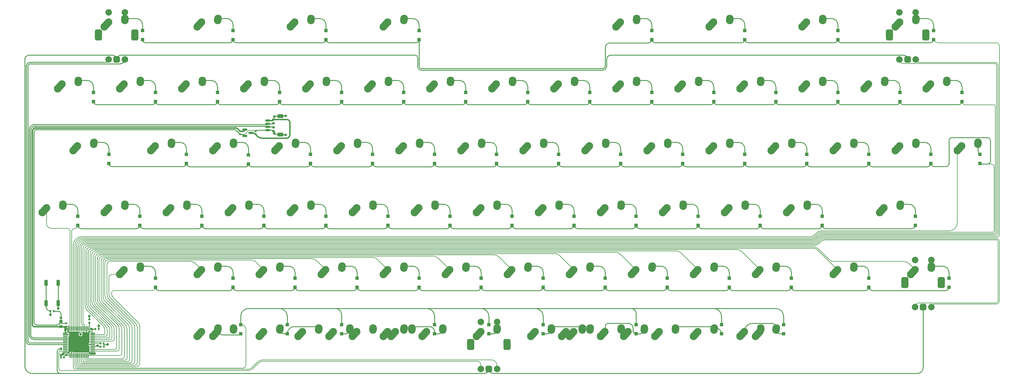
<source format=gbr>
%TF.GenerationSoftware,KiCad,Pcbnew,(7.0.0)*%
%TF.CreationDate,2024-01-04T19:15:55+01:00*%
%TF.ProjectId,HP 2621,48502032-3632-4312-9e6b-696361645f70,rev?*%
%TF.SameCoordinates,Original*%
%TF.FileFunction,Copper,L2,Bot*%
%TF.FilePolarity,Positive*%
%FSLAX46Y46*%
G04 Gerber Fmt 4.6, Leading zero omitted, Abs format (unit mm)*
G04 Created by KiCad (PCBNEW (7.0.0)) date 2024-01-04 19:15:55*
%MOMM*%
%LPD*%
G01*
G04 APERTURE LIST*
G04 Aperture macros list*
%AMRoundRect*
0 Rectangle with rounded corners*
0 $1 Rounding radius*
0 $2 $3 $4 $5 $6 $7 $8 $9 X,Y pos of 4 corners*
0 Add a 4 corners polygon primitive as box body*
4,1,4,$2,$3,$4,$5,$6,$7,$8,$9,$2,$3,0*
0 Add four circle primitives for the rounded corners*
1,1,$1+$1,$2,$3*
1,1,$1+$1,$4,$5*
1,1,$1+$1,$6,$7*
1,1,$1+$1,$8,$9*
0 Add four rect primitives between the rounded corners*
20,1,$1+$1,$2,$3,$4,$5,0*
20,1,$1+$1,$4,$5,$6,$7,0*
20,1,$1+$1,$6,$7,$8,$9,0*
20,1,$1+$1,$8,$9,$2,$3,0*%
%AMHorizOval*
0 Thick line with rounded ends*
0 $1 width*
0 $2 $3 position (X,Y) of the first rounded end (center of the circle)*
0 $4 $5 position (X,Y) of the second rounded end (center of the circle)*
0 Add line between two ends*
20,1,$1,$2,$3,$4,$5,0*
0 Add two circle primitives to create the rounded ends*
1,1,$1,$2,$3*
1,1,$1,$4,$5*%
G04 Aperture macros list end*
%TA.AperFunction,ComponentPad*%
%ADD10C,2.300000*%
%TD*%
%TA.AperFunction,ComponentPad*%
%ADD11HorizOval,2.300000X-0.655144X-0.730170X0.655144X0.730170X0*%
%TD*%
%TA.AperFunction,ComponentPad*%
%ADD12HorizOval,2.300000X0.019758X0.289827X-0.019758X-0.289827X0*%
%TD*%
%TA.AperFunction,ComponentPad*%
%ADD13C,2.000000*%
%TD*%
%TA.AperFunction,ComponentPad*%
%ADD14RoundRect,0.500000X0.500000X-0.500000X0.500000X0.500000X-0.500000X0.500000X-0.500000X-0.500000X0*%
%TD*%
%TA.AperFunction,ComponentPad*%
%ADD15RoundRect,0.550000X0.550000X-1.150000X0.550000X1.150000X-0.550000X1.150000X-0.550000X-1.150000X0*%
%TD*%
%TA.AperFunction,SMDPad,CuDef*%
%ADD16RoundRect,0.150000X-0.625000X0.150000X-0.625000X-0.150000X0.625000X-0.150000X0.625000X0.150000X0*%
%TD*%
%TA.AperFunction,SMDPad,CuDef*%
%ADD17RoundRect,0.250000X-0.650000X0.350000X-0.650000X-0.350000X0.650000X-0.350000X0.650000X0.350000X0*%
%TD*%
%TA.AperFunction,SMDPad,CuDef*%
%ADD18RoundRect,0.250000X0.300000X-0.300000X0.300000X0.300000X-0.300000X0.300000X-0.300000X-0.300000X0*%
%TD*%
%TA.AperFunction,SMDPad,CuDef*%
%ADD19RoundRect,0.075000X0.662500X0.075000X-0.662500X0.075000X-0.662500X-0.075000X0.662500X-0.075000X0*%
%TD*%
%TA.AperFunction,SMDPad,CuDef*%
%ADD20RoundRect,0.075000X0.075000X0.662500X-0.075000X0.662500X-0.075000X-0.662500X0.075000X-0.662500X0*%
%TD*%
%TA.AperFunction,SMDPad,CuDef*%
%ADD21RoundRect,0.140000X0.170000X-0.140000X0.170000X0.140000X-0.170000X0.140000X-0.170000X-0.140000X0*%
%TD*%
%TA.AperFunction,SMDPad,CuDef*%
%ADD22RoundRect,0.140000X-0.140000X-0.170000X0.140000X-0.170000X0.140000X0.170000X-0.140000X0.170000X0*%
%TD*%
%TA.AperFunction,SMDPad,CuDef*%
%ADD23RoundRect,0.250000X-0.300000X0.300000X-0.300000X-0.300000X0.300000X-0.300000X0.300000X0.300000X0*%
%TD*%
%TA.AperFunction,SMDPad,CuDef*%
%ADD24RoundRect,0.140000X0.140000X0.170000X-0.140000X0.170000X-0.140000X-0.170000X0.140000X-0.170000X0*%
%TD*%
%TA.AperFunction,SMDPad,CuDef*%
%ADD25RoundRect,0.140000X-0.170000X0.140000X-0.170000X-0.140000X0.170000X-0.140000X0.170000X0.140000X0*%
%TD*%
%TA.AperFunction,SMDPad,CuDef*%
%ADD26RoundRect,0.275000X0.275000X-0.625000X0.275000X0.625000X-0.275000X0.625000X-0.275000X-0.625000X0*%
%TD*%
%TA.AperFunction,SMDPad,CuDef*%
%ADD27RoundRect,0.150000X-0.587500X-0.150000X0.587500X-0.150000X0.587500X0.150000X-0.587500X0.150000X0*%
%TD*%
%TA.AperFunction,SMDPad,CuDef*%
%ADD28RoundRect,0.225000X0.250000X-0.225000X0.250000X0.225000X-0.250000X0.225000X-0.250000X-0.225000X0*%
%TD*%
%TA.AperFunction,SMDPad,CuDef*%
%ADD29RoundRect,0.150000X-0.275000X0.150000X-0.275000X-0.150000X0.275000X-0.150000X0.275000X0.150000X0*%
%TD*%
%TA.AperFunction,SMDPad,CuDef*%
%ADD30RoundRect,0.175000X-0.225000X0.175000X-0.225000X-0.175000X0.225000X-0.175000X0.225000X0.175000X0*%
%TD*%
%TA.AperFunction,SMDPad,CuDef*%
%ADD31RoundRect,0.135000X-0.135000X-0.185000X0.135000X-0.185000X0.135000X0.185000X-0.135000X0.185000X0*%
%TD*%
%TA.AperFunction,ViaPad*%
%ADD32C,0.800000*%
%TD*%
%TA.AperFunction,Conductor*%
%ADD33C,0.381000*%
%TD*%
%TA.AperFunction,Conductor*%
%ADD34C,0.250000*%
%TD*%
%TA.AperFunction,Conductor*%
%ADD35C,0.200000*%
%TD*%
G04 APERTURE END LIST*
D10*
%TO.P,MX66,1,1*%
%TO.N,COL2*%
X60483750Y-118110000D03*
D11*
X61138605Y-117380169D03*
D12*
%TO.P,MX66,2,2*%
%TO.N,Net-(D66-A)*%
X66813507Y-115860172D03*
D10*
X66833750Y-115570000D03*
%TD*%
%TO.P,MX6,1,1*%
%TO.N,COL10*%
X217646250Y-22860000D03*
D11*
X218301105Y-22130169D03*
D12*
%TO.P,MX6,2,2*%
%TO.N,Net-(D6-A)*%
X223976007Y-20610172D03*
D10*
X223996250Y-20320000D03*
%TD*%
%TO.P,MX35,1,1*%
%TO.N,COL11*%
X236696250Y-60960000D03*
D11*
X237351105Y-60230169D03*
D12*
%TO.P,MX35,2,2*%
%TO.N,Net-(D35-A)*%
X243026007Y-58710172D03*
D10*
X243046250Y-58420000D03*
%TD*%
%TO.P,MX19,1,1*%
%TO.N,COL10*%
X208121250Y-41910000D03*
D11*
X208776105Y-41180169D03*
D12*
%TO.P,MX19,2,2*%
%TO.N,Net-(D19-A)*%
X214451007Y-39660172D03*
D10*
X214471250Y-39370000D03*
%TD*%
%TO.P,MX81,1,1*%
%TO.N,COL5*%
X117633750Y-118110000D03*
D11*
X118288605Y-117380169D03*
D12*
%TO.P,MX81,2,2*%
%TO.N,Net-(D69-A)*%
X123963507Y-115860172D03*
D10*
X123983750Y-115570000D03*
%TD*%
%TO.P,MX47,1,1*%
%TO.N,COL8*%
X165258750Y-80010000D03*
D11*
X165913605Y-79280169D03*
D12*
%TO.P,MX47,2,2*%
%TO.N,Net-(D47-A)*%
X171588507Y-77760172D03*
D10*
X171608750Y-77470000D03*
%TD*%
%TO.P,MX37,1,1*%
%TO.N,COL13*%
X274796250Y-60960000D03*
D11*
X275451105Y-60230169D03*
D12*
%TO.P,MX37,2,2*%
%TO.N,Net-(D37-A)*%
X281126007Y-58710172D03*
D10*
X281146250Y-58420000D03*
%TD*%
%TO.P,MX73,1,1*%
%TO.N,COL10*%
X212883750Y-118110000D03*
D11*
X213538605Y-117380169D03*
D12*
%TO.P,MX73,2,2*%
%TO.N,Net-(D73-A)*%
X219213507Y-115860172D03*
D10*
X219233750Y-115570000D03*
%TD*%
%TO.P,MX5,1,1*%
%TO.N,COL9*%
X189071250Y-22860000D03*
D11*
X189726105Y-22130169D03*
D12*
%TO.P,MX5,2,2*%
%TO.N,Net-(D5-A)*%
X195401007Y-20610172D03*
D10*
X195421250Y-20320000D03*
%TD*%
%TO.P,MX28,1,1*%
%TO.N,COL4*%
X103346250Y-60960000D03*
D11*
X104001105Y-60230169D03*
D12*
%TO.P,MX28,2,2*%
%TO.N,Net-(D28-A)*%
X109676007Y-58710172D03*
D10*
X109696250Y-58420000D03*
%TD*%
%TO.P,MX75,1,1*%
%TO.N,Net-(D66-A)*%
X65246250Y-118110000D03*
D11*
X65901105Y-117380169D03*
D12*
%TO.P,MX75,2,2*%
%TO.N,COL2*%
X71576007Y-115860172D03*
D10*
X71596250Y-115570000D03*
%TD*%
%TO.P,MX33,1,1*%
%TO.N,COL9*%
X198596250Y-60960000D03*
D11*
X199251105Y-60230169D03*
D12*
%TO.P,MX33,2,2*%
%TO.N,Net-(D33-A)*%
X204926007Y-58710172D03*
D10*
X204946250Y-58420000D03*
%TD*%
%TO.P,MX49,1,1*%
%TO.N,COL10*%
X203358750Y-80010000D03*
D11*
X204013605Y-79280169D03*
D12*
%TO.P,MX49,2,2*%
%TO.N,Net-(D49-A)*%
X209688507Y-77760172D03*
D10*
X209708750Y-77470000D03*
%TD*%
%TO.P,MX34,1,1*%
%TO.N,COL10*%
X217646250Y-60960000D03*
D11*
X218301105Y-60230169D03*
D12*
%TO.P,MX34,2,2*%
%TO.N,Net-(D34-A)*%
X223976007Y-58710172D03*
D10*
X223996250Y-58420000D03*
%TD*%
%TO.P,MX65,1,1*%
%TO.N,COL13*%
X279558750Y-99060000D03*
D11*
X280213605Y-98330169D03*
D12*
%TO.P,MX65,2,2*%
%TO.N,row_3*%
X285888507Y-96810172D03*
D10*
X285908750Y-96520000D03*
%TD*%
%TO.P,MX50,1,1*%
%TO.N,COL11*%
X222408750Y-80010000D03*
D11*
X223063605Y-79280169D03*
D12*
%TO.P,MX50,2,2*%
%TO.N,Net-(D50-A)*%
X228738507Y-77760172D03*
D10*
X228758750Y-77470000D03*
%TD*%
%TO.P,MX56,1,1*%
%TO.N,COL4*%
X98583750Y-99060000D03*
D11*
X99238605Y-98330169D03*
D12*
%TO.P,MX56,2,2*%
%TO.N,Net-(D56-A)*%
X104913507Y-96810172D03*
D10*
X104933750Y-96520000D03*
%TD*%
%TO.P,MX38,1,1*%
%TO.N,COL14*%
X293846250Y-60960000D03*
D11*
X294501105Y-60230169D03*
D12*
%TO.P,MX38,2,2*%
%TO.N,Net-(D38-A)*%
X300176007Y-58710172D03*
D10*
X300196250Y-58420000D03*
%TD*%
%TO.P,MX4,1,1*%
%TO.N,COL5*%
X117633750Y-22860000D03*
D11*
X118288605Y-22130169D03*
D12*
%TO.P,MX4,2,2*%
%TO.N,Net-(D4-A)*%
X123963507Y-20610172D03*
D10*
X123983750Y-20320000D03*
%TD*%
%TO.P,MX72,1,1*%
%TO.N,COL9*%
X191452500Y-118110000D03*
D11*
X192107355Y-117380169D03*
D12*
%TO.P,MX72,2,2*%
%TO.N,Net-(D72-A)*%
X197782257Y-115860172D03*
D10*
X197802500Y-115570000D03*
%TD*%
%TO.P,MX63,1,1*%
%TO.N,COL11*%
X231933750Y-99060000D03*
D11*
X232588605Y-98330169D03*
D12*
%TO.P,MX63,2,2*%
%TO.N,Net-(D63-A)*%
X238263507Y-96810172D03*
D10*
X238283750Y-96520000D03*
%TD*%
%TO.P,MX64,1,1*%
%TO.N,COL12*%
X255746250Y-99060000D03*
D11*
X256401105Y-98330169D03*
D12*
%TO.P,MX64,2,2*%
%TO.N,Net-(D64-A)*%
X262076007Y-96810172D03*
D10*
X262096250Y-96520000D03*
%TD*%
%TO.P,MX57,1,1*%
%TO.N,COL5*%
X117633750Y-99060000D03*
D11*
X118288605Y-98330169D03*
D12*
%TO.P,MX57,2,2*%
%TO.N,Net-(D57-A)*%
X123963507Y-96810172D03*
D10*
X123983750Y-96520000D03*
%TD*%
%TO.P,MX44,1,1*%
%TO.N,COL5*%
X108108750Y-80010000D03*
D11*
X108763605Y-79280169D03*
D12*
%TO.P,MX44,2,2*%
%TO.N,Net-(D44-A)*%
X114438507Y-77760172D03*
D10*
X114458750Y-77470000D03*
%TD*%
%TO.P,MX12,1,1*%
%TO.N,COL3*%
X74771250Y-41910000D03*
D11*
X75426105Y-41180169D03*
D12*
%TO.P,MX12,2,2*%
%TO.N,Net-(D12-A)*%
X81101007Y-39660172D03*
D10*
X81121250Y-39370000D03*
%TD*%
%TO.P,MX24,1,1*%
%TO.N,COL0*%
X22383750Y-60960000D03*
D11*
X23038605Y-60230169D03*
D12*
%TO.P,MX24,2,2*%
%TO.N,Net-(D24-A)*%
X28713507Y-58710172D03*
D10*
X28733750Y-58420000D03*
%TD*%
%TO.P,MX62,1,1*%
%TO.N,COL10*%
X212883750Y-99060000D03*
D11*
X213538605Y-98330169D03*
D12*
%TO.P,MX62,2,2*%
%TO.N,Net-(D62-A)*%
X219213507Y-96810172D03*
D10*
X219233750Y-96520000D03*
%TD*%
%TO.P,MX9,1,1*%
%TO.N,COL0*%
X17621250Y-41910000D03*
D11*
X18276105Y-41180169D03*
D12*
%TO.P,MX9,2,2*%
%TO.N,Net-(D9-A)*%
X23951007Y-39660172D03*
D10*
X23971250Y-39370000D03*
%TD*%
%TO.P,MX22,1,1*%
%TO.N,COL13*%
X265271250Y-41910000D03*
D11*
X265926105Y-41180169D03*
D12*
%TO.P,MX22,2,2*%
%TO.N,Net-(D22-A)*%
X271601007Y-39660172D03*
D10*
X271621250Y-39370000D03*
%TD*%
%TO.P,MX26,1,1*%
%TO.N,COL2*%
X65246250Y-60960000D03*
D11*
X65901105Y-60230169D03*
D12*
%TO.P,MX26,2,2*%
%TO.N,Net-(D26-A)*%
X71576007Y-58710172D03*
D10*
X71596250Y-58420000D03*
%TD*%
%TO.P,MX61,1,1*%
%TO.N,COL9*%
X193833750Y-99060000D03*
D11*
X194488605Y-98330169D03*
D12*
%TO.P,MX61,2,2*%
%TO.N,Net-(D61-A)*%
X200163507Y-96810172D03*
D10*
X200183750Y-96520000D03*
%TD*%
%TO.P,MX53,1,1*%
%TO.N,COL1*%
X36671250Y-99060000D03*
D11*
X37326105Y-98330169D03*
D12*
%TO.P,MX53,2,2*%
%TO.N,Net-(D53-A)*%
X43001007Y-96810172D03*
D10*
X43021250Y-96520000D03*
%TD*%
%TO.P,MX16,1,1*%
%TO.N,COL7*%
X150971250Y-41910000D03*
D11*
X151626105Y-41180169D03*
D12*
%TO.P,MX16,2,2*%
%TO.N,Net-(D16-A)*%
X157301007Y-39660172D03*
D10*
X157321250Y-39370000D03*
%TD*%
D13*
%TO.P,SW4,A,A*%
%TO.N,ENC_g*%
X147518750Y-128150000D03*
%TO.P,SW4,B,B*%
%TO.N,ENC_h*%
X152518750Y-128150000D03*
D14*
%TO.P,SW4,C,C*%
%TO.N,GND*%
X150018750Y-128150000D03*
D15*
%TO.P,SW4,MP*%
%TO.N,N/C*%
X144418750Y-120650000D03*
X155618750Y-120650000D03*
D13*
%TO.P,SW4,S1,S1*%
%TO.N,row_4*%
X152518750Y-113650000D03*
%TO.P,SW4,S2,S2*%
%TO.N,COL7*%
X147518750Y-113650000D03*
%TD*%
D10*
%TO.P,MX41,1,1*%
%TO.N,COL2*%
X50958750Y-80010000D03*
D11*
X51613605Y-79280169D03*
D12*
%TO.P,MX41,2,2*%
%TO.N,Net-(D41-A)*%
X57288507Y-77760172D03*
D10*
X57308750Y-77470000D03*
%TD*%
%TO.P,MX74,1,1*%
%TO.N,COL11*%
X231933750Y-118110000D03*
D11*
X232588605Y-117380169D03*
D12*
%TO.P,MX74,2,2*%
%TO.N,Net-(D74-A)*%
X238263507Y-115860172D03*
D10*
X238283750Y-115570000D03*
%TD*%
%TO.P,MX21,1,1*%
%TO.N,COL12*%
X246221250Y-41910000D03*
D11*
X246876105Y-41180169D03*
D12*
%TO.P,MX21,2,2*%
%TO.N,Net-(D21-A)*%
X252551007Y-39660172D03*
D10*
X252571250Y-39370000D03*
%TD*%
%TO.P,MX77,1,1*%
%TO.N,COL3*%
X91440000Y-118110000D03*
D11*
X92094855Y-117380169D03*
D12*
%TO.P,MX77,2,2*%
%TO.N,Net-(D67-A)*%
X97769757Y-115860172D03*
D10*
X97790000Y-115570000D03*
%TD*%
%TO.P,MX54,1,1*%
%TO.N,COL2*%
X60483750Y-99060000D03*
D11*
X61138605Y-98330169D03*
D12*
%TO.P,MX54,2,2*%
%TO.N,Net-(D54-A)*%
X66813507Y-96810172D03*
D10*
X66833750Y-96520000D03*
%TD*%
%TO.P,MX69,1,1*%
%TO.N,COL5*%
X129540000Y-118110000D03*
D11*
X130194855Y-117380169D03*
D12*
%TO.P,MX69,2,2*%
%TO.N,Net-(D69-A)*%
X135869757Y-115860172D03*
D10*
X135890000Y-115570000D03*
%TD*%
%TO.P,MX80,1,1*%
%TO.N,COL8*%
X172402500Y-118110000D03*
D11*
X173057355Y-117380169D03*
D12*
%TO.P,MX80,2,2*%
%TO.N,Net-(D71-A)*%
X178732257Y-115860172D03*
D10*
X178752500Y-115570000D03*
%TD*%
%TO.P,MX48,1,1*%
%TO.N,COL9*%
X184308750Y-80010000D03*
D11*
X184963605Y-79280169D03*
D12*
%TO.P,MX48,2,2*%
%TO.N,Net-(D48-A)*%
X190638507Y-77760172D03*
D10*
X190658750Y-77470000D03*
%TD*%
%TO.P,MX67,1,1*%
%TO.N,COL3*%
X79533750Y-118110000D03*
D11*
X80188605Y-117380169D03*
D12*
%TO.P,MX67,2,2*%
%TO.N,Net-(D67-A)*%
X85863507Y-115860172D03*
D10*
X85883750Y-115570000D03*
%TD*%
%TO.P,MX15,1,1*%
%TO.N,COL6*%
X131921250Y-41910000D03*
D11*
X132576105Y-41180169D03*
D12*
%TO.P,MX15,2,2*%
%TO.N,Net-(D15-A)*%
X138251007Y-39660172D03*
D10*
X138271250Y-39370000D03*
%TD*%
%TO.P,MX29,1,1*%
%TO.N,COL5*%
X122396250Y-60960000D03*
D11*
X123051105Y-60230169D03*
D12*
%TO.P,MX29,2,2*%
%TO.N,Net-(D29-A)*%
X128726007Y-58710172D03*
D10*
X128746250Y-58420000D03*
%TD*%
D13*
%TO.P,SW3,A,A*%
%TO.N,ENC_e*%
X280868750Y-109100000D03*
%TO.P,SW3,B,B*%
%TO.N,ENC_f*%
X285868750Y-109100000D03*
D14*
%TO.P,SW3,C,C*%
%TO.N,GND*%
X283368750Y-109100000D03*
D15*
%TO.P,SW3,MP*%
%TO.N,N/C*%
X277768750Y-101600000D03*
X288968750Y-101600000D03*
D13*
%TO.P,SW3,S1,S1*%
%TO.N,row_3*%
X285868750Y-94600000D03*
%TO.P,SW3,S2,S2*%
%TO.N,COL13*%
X280868750Y-94600000D03*
%TD*%
D10*
%TO.P,MX13,1,1*%
%TO.N,COL4*%
X93821250Y-41910000D03*
D11*
X94476105Y-41180169D03*
D12*
%TO.P,MX13,2,2*%
%TO.N,Net-(D13-A)*%
X100151007Y-39660172D03*
D10*
X100171250Y-39370000D03*
%TD*%
%TO.P,MX36,1,1*%
%TO.N,COL12*%
X255746250Y-60960000D03*
D11*
X256401105Y-60230169D03*
D12*
%TO.P,MX36,2,2*%
%TO.N,Net-(D36-A)*%
X262076007Y-58710172D03*
D10*
X262096250Y-58420000D03*
%TD*%
%TO.P,MX18,1,1*%
%TO.N,COL9*%
X189071250Y-41910000D03*
D11*
X189726105Y-41180169D03*
D12*
%TO.P,MX18,2,2*%
%TO.N,Net-(D18-A)*%
X195401007Y-39660172D03*
D10*
X195421250Y-39370000D03*
%TD*%
%TO.P,MX43,1,1*%
%TO.N,COL4*%
X89058750Y-80010000D03*
D11*
X89713605Y-79280169D03*
D12*
%TO.P,MX43,2,2*%
%TO.N,Net-(D43-A)*%
X95388507Y-77760172D03*
D10*
X95408750Y-77470000D03*
%TD*%
%TO.P,MX42,1,1*%
%TO.N,COL3*%
X70008750Y-80010000D03*
D11*
X70663605Y-79280169D03*
D12*
%TO.P,MX42,2,2*%
%TO.N,Net-(D42-A)*%
X76338507Y-77760172D03*
D10*
X76358750Y-77470000D03*
%TD*%
%TO.P,MX40,1,1*%
%TO.N,COL1*%
X31908750Y-80010000D03*
D11*
X32563605Y-79280169D03*
D12*
%TO.P,MX40,2,2*%
%TO.N,Net-(D40-A)*%
X38238507Y-77760172D03*
D10*
X38258750Y-77470000D03*
%TD*%
%TO.P,MX70,1,1*%
%TO.N,COL7*%
X146208750Y-118110000D03*
D11*
X146863605Y-117380169D03*
D12*
%TO.P,MX70,2,2*%
%TO.N,row_4*%
X152538507Y-115860172D03*
D10*
X152558750Y-115570000D03*
%TD*%
%TO.P,MX46,1,1*%
%TO.N,COL7*%
X146208750Y-80010000D03*
D11*
X146863605Y-79280169D03*
D12*
%TO.P,MX46,2,2*%
%TO.N,Net-(D46-A)*%
X152538507Y-77760172D03*
D10*
X152558750Y-77470000D03*
%TD*%
%TO.P,MX79,1,1*%
%TO.N,COL5*%
X120015000Y-118110000D03*
D11*
X120669855Y-117380169D03*
D12*
%TO.P,MX79,2,2*%
%TO.N,Net-(D69-A)*%
X126344757Y-115860172D03*
D10*
X126365000Y-115570000D03*
%TD*%
%TO.P,MX14,1,1*%
%TO.N,COL5*%
X112871250Y-41910000D03*
D11*
X113526105Y-41180169D03*
D12*
%TO.P,MX14,2,2*%
%TO.N,Net-(D14-A)*%
X119201007Y-39660172D03*
D10*
X119221250Y-39370000D03*
%TD*%
%TO.P,MX83,1,1*%
%TO.N,COL8*%
X174783750Y-118110000D03*
D11*
X175438605Y-117380169D03*
D12*
%TO.P,MX83,2,2*%
%TO.N,Net-(D71-A)*%
X181113507Y-115860172D03*
D10*
X181133750Y-115570000D03*
%TD*%
%TO.P,MX30,1,1*%
%TO.N,COL6*%
X141446250Y-60960000D03*
D11*
X142101105Y-60230169D03*
D12*
%TO.P,MX30,2,2*%
%TO.N,Net-(D30-A)*%
X147776007Y-58710172D03*
D10*
X147796250Y-58420000D03*
%TD*%
%TO.P,MX58,1,1*%
%TO.N,COL6*%
X136683750Y-99060000D03*
D11*
X137338605Y-98330169D03*
D12*
%TO.P,MX58,2,2*%
%TO.N,Net-(D58-A)*%
X143013507Y-96810172D03*
D10*
X143033750Y-96520000D03*
%TD*%
%TO.P,MX84,1,1*%
%TO.N,Net-(D72-A)*%
X184308750Y-118110000D03*
D11*
X184963605Y-117380169D03*
D12*
%TO.P,MX84,2,2*%
%TO.N,COL9*%
X190638507Y-115860172D03*
D10*
X190658750Y-115570000D03*
%TD*%
%TO.P,MX82,1,1*%
%TO.N,Net-(D68-A)*%
X108108750Y-118110000D03*
D11*
X108763605Y-117380169D03*
D12*
%TO.P,MX82,2,2*%
%TO.N,COL4*%
X114438507Y-115860172D03*
D10*
X114458750Y-115570000D03*
%TD*%
%TO.P,MX71,1,1*%
%TO.N,COL8*%
X162877500Y-118110000D03*
D11*
X163532355Y-117380169D03*
D12*
%TO.P,MX71,2,2*%
%TO.N,Net-(D71-A)*%
X169207257Y-115860172D03*
D10*
X169227500Y-115570000D03*
%TD*%
%TO.P,MX27,1,1*%
%TO.N,COL3*%
X84296250Y-60960000D03*
D11*
X84951105Y-60230169D03*
D12*
%TO.P,MX27,2,2*%
%TO.N,Net-(D27-A)*%
X90626007Y-58710172D03*
D10*
X90646250Y-58420000D03*
%TD*%
%TO.P,MX78,1,1*%
%TO.N,COL10*%
X200977500Y-118110000D03*
D11*
X201632355Y-117380169D03*
D12*
%TO.P,MX78,2,2*%
%TO.N,Net-(D73-A)*%
X207307257Y-115860172D03*
D10*
X207327500Y-115570000D03*
%TD*%
%TO.P,MX11,1,1*%
%TO.N,COL2*%
X55721250Y-41910000D03*
D11*
X56376105Y-41180169D03*
D12*
%TO.P,MX11,2,2*%
%TO.N,Net-(D11-A)*%
X62051007Y-39660172D03*
D10*
X62071250Y-39370000D03*
%TD*%
%TO.P,MX52,1,1*%
%TO.N,COL13*%
X270033750Y-80010000D03*
D11*
X270688605Y-79280169D03*
D12*
%TO.P,MX52,2,2*%
%TO.N,Net-(D52-A)*%
X276363507Y-77760172D03*
D10*
X276383750Y-77470000D03*
%TD*%
%TO.P,MX17,1,1*%
%TO.N,COL8*%
X170021250Y-41910000D03*
D11*
X170676105Y-41180169D03*
D12*
%TO.P,MX17,2,2*%
%TO.N,Net-(D17-A)*%
X176351007Y-39660172D03*
D10*
X176371250Y-39370000D03*
%TD*%
%TO.P,MX3,1,1*%
%TO.N,COL3*%
X89058750Y-22860000D03*
D11*
X89713605Y-22130169D03*
D12*
%TO.P,MX3,2,2*%
%TO.N,Net-(D3-A)*%
X95388507Y-20610172D03*
D10*
X95408750Y-20320000D03*
%TD*%
%TO.P,MX10,1,1*%
%TO.N,COL1*%
X36671250Y-41910000D03*
D11*
X37326105Y-41180169D03*
D12*
%TO.P,MX10,2,2*%
%TO.N,Net-(D10-A)*%
X43001007Y-39660172D03*
D10*
X43021250Y-39370000D03*
%TD*%
%TO.P,MX20,1,1*%
%TO.N,COL11*%
X227171250Y-41910000D03*
D11*
X227826105Y-41180169D03*
D12*
%TO.P,MX20,2,2*%
%TO.N,Net-(D20-A)*%
X233501007Y-39660172D03*
D10*
X233521250Y-39370000D03*
%TD*%
D13*
%TO.P,SW2,A,A*%
%TO.N,ENC_c*%
X276106250Y-32900000D03*
%TO.P,SW2,B,B*%
%TO.N,ENC_d*%
X281106250Y-32900000D03*
D14*
%TO.P,SW2,C,C*%
%TO.N,GND*%
X278606250Y-32900000D03*
D15*
%TO.P,SW2,MP*%
%TO.N,N/C*%
X273006250Y-25400000D03*
X284206250Y-25400000D03*
D13*
%TO.P,SW2,S1,S1*%
%TO.N,row_2*%
X281106250Y-18400000D03*
%TO.P,SW2,S2,S2*%
%TO.N,COL13*%
X276106250Y-18400000D03*
%TD*%
D10*
%TO.P,MX7,1,1*%
%TO.N,COL12*%
X246221250Y-22860000D03*
D11*
X246876105Y-22130169D03*
D12*
%TO.P,MX7,2,2*%
%TO.N,Net-(D7-A)*%
X252551007Y-20610172D03*
D10*
X252571250Y-20320000D03*
%TD*%
%TO.P,MX45,1,1*%
%TO.N,COL6*%
X127158750Y-80010000D03*
D11*
X127813605Y-79280169D03*
D12*
%TO.P,MX45,2,2*%
%TO.N,Net-(D45-A)*%
X133488507Y-77760172D03*
D10*
X133508750Y-77470000D03*
%TD*%
%TO.P,MX25,1,1*%
%TO.N,COL1*%
X46196250Y-60960000D03*
D11*
X46851105Y-60230169D03*
D12*
%TO.P,MX25,2,2*%
%TO.N,Net-(D25-A)*%
X52526007Y-58710172D03*
D10*
X52546250Y-58420000D03*
%TD*%
%TO.P,MX60,1,1*%
%TO.N,COL8*%
X174783750Y-99060000D03*
D11*
X175438605Y-98330169D03*
D12*
%TO.P,MX60,2,2*%
%TO.N,Net-(D60-A)*%
X181113507Y-96810172D03*
D10*
X181133750Y-96520000D03*
%TD*%
%TO.P,MX8,1,1*%
%TO.N,COL13*%
X274796250Y-22860000D03*
D11*
X275451105Y-22130169D03*
D12*
%TO.P,MX8,2,2*%
%TO.N,row_2*%
X281126007Y-20610172D03*
D10*
X281146250Y-20320000D03*
%TD*%
%TO.P,MX39,1,1*%
%TO.N,COL0*%
X12858750Y-80010000D03*
D11*
X13513605Y-79280169D03*
D12*
%TO.P,MX39,2,2*%
%TO.N,Net-(D39-A)*%
X19188507Y-77760172D03*
D10*
X19208750Y-77470000D03*
%TD*%
%TO.P,MX23,1,1*%
%TO.N,COL14*%
X284321250Y-41910000D03*
D11*
X284976105Y-41180169D03*
D12*
%TO.P,MX23,2,2*%
%TO.N,Net-(D23-A)*%
X290651007Y-39660172D03*
D10*
X290671250Y-39370000D03*
%TD*%
%TO.P,MX59,1,1*%
%TO.N,COL7*%
X155733750Y-99060000D03*
D11*
X156388605Y-98330169D03*
D12*
%TO.P,MX59,2,2*%
%TO.N,Net-(D59-A)*%
X162063507Y-96810172D03*
D10*
X162083750Y-96520000D03*
%TD*%
%TO.P,MX1,1,1*%
%TO.N,COL0*%
X31908750Y-22860000D03*
D11*
X32563605Y-22130169D03*
D12*
%TO.P,MX1,2,2*%
%TO.N,row_1*%
X38238507Y-20610172D03*
D10*
X38258750Y-20320000D03*
%TD*%
%TO.P,MX76,1,1*%
%TO.N,Net-(D74-A)*%
X227171250Y-118110000D03*
D11*
X227826105Y-117380169D03*
D12*
%TO.P,MX76,2,2*%
%TO.N,COL11*%
X233501007Y-115860172D03*
D10*
X233521250Y-115570000D03*
%TD*%
%TO.P,MX32,1,1*%
%TO.N,COL8*%
X179546250Y-60960000D03*
D11*
X180201105Y-60230169D03*
D12*
%TO.P,MX32,2,2*%
%TO.N,Net-(D32-A)*%
X185876007Y-58710172D03*
D10*
X185896250Y-58420000D03*
%TD*%
%TO.P,MX68,1,1*%
%TO.N,COL4*%
X100965000Y-118110000D03*
D11*
X101619855Y-117380169D03*
D12*
%TO.P,MX68,2,2*%
%TO.N,Net-(D68-A)*%
X107294757Y-115860172D03*
D10*
X107315000Y-115570000D03*
%TD*%
%TO.P,MX31,1,1*%
%TO.N,COL7*%
X160496250Y-60960000D03*
D11*
X161151105Y-60230169D03*
D12*
%TO.P,MX31,2,2*%
%TO.N,Net-(D31-A)*%
X166826007Y-58710172D03*
D10*
X166846250Y-58420000D03*
%TD*%
%TO.P,MX51,1,1*%
%TO.N,COL12*%
X241458750Y-80010000D03*
D11*
X242113605Y-79280169D03*
D12*
%TO.P,MX51,2,2*%
%TO.N,Net-(D51-A)*%
X247788507Y-77760172D03*
D10*
X247808750Y-77470000D03*
%TD*%
D13*
%TO.P,SW1,A,A*%
%TO.N,ENC_a*%
X33218750Y-32900000D03*
%TO.P,SW1,B,B*%
%TO.N,ENC_b*%
X38218750Y-32900000D03*
D14*
%TO.P,SW1,C,C*%
%TO.N,GND*%
X35718750Y-32900000D03*
D15*
%TO.P,SW1,MP*%
%TO.N,N/C*%
X30118750Y-25400000D03*
X41318750Y-25400000D03*
D13*
%TO.P,SW1,S1,S1*%
%TO.N,row_1*%
X38218750Y-18400000D03*
%TO.P,SW1,S2,S2*%
%TO.N,COL0*%
X33218750Y-18400000D03*
%TD*%
D10*
%TO.P,MX55,1,1*%
%TO.N,COL3*%
X79533750Y-99060000D03*
D11*
X80188605Y-98330169D03*
D12*
%TO.P,MX55,2,2*%
%TO.N,Net-(D55-A)*%
X85863507Y-96810172D03*
D10*
X85883750Y-96520000D03*
%TD*%
%TO.P,MX2,1,1*%
%TO.N,COL2*%
X60483750Y-22860000D03*
D11*
X61138605Y-22130169D03*
D12*
%TO.P,MX2,2,2*%
%TO.N,Net-(D2-A)*%
X66813507Y-20610172D03*
D10*
X66833750Y-20320000D03*
%TD*%
D16*
%TO.P,J1,1,Pin_1*%
%TO.N,+5V*%
X82137500Y-51681250D03*
%TO.P,J1,2,Pin_2*%
%TO.N,D_N*%
X82137500Y-52681250D03*
%TO.P,J1,3,Pin_3*%
%TO.N,D_P*%
X82137500Y-53681250D03*
%TO.P,J1,4,Pin_4*%
%TO.N,GND*%
X82137500Y-54681250D03*
D17*
%TO.P,J1,MP,MountPin*%
X86012500Y-50381250D03*
X86012500Y-55981250D03*
%TD*%
D18*
%TO.P,D29,1,K*%
%TO.N,ROW2*%
X133350000Y-64900000D03*
%TO.P,D29,2,A*%
%TO.N,Net-(D29-A)*%
X133350000Y-62100000D03*
%TD*%
%TO.P,D60,1,K*%
%TO.N,ROW4*%
X185737500Y-103000000D03*
%TO.P,D60,2,A*%
%TO.N,Net-(D60-A)*%
X185737500Y-100200000D03*
%TD*%
D19*
%TO.P,U2,1,VBAT*%
%TO.N,+3V3*%
X28306250Y-117106250D03*
%TO.P,U2,2,PC13*%
%TO.N,ENC_e*%
X28306250Y-117606250D03*
%TO.P,U2,3,PC14*%
%TO.N,COL13*%
X28306250Y-118106250D03*
%TO.P,U2,4,PC15*%
%TO.N,COL12*%
X28306250Y-118606250D03*
%TO.P,U2,5,PF0*%
%TO.N,COL11*%
X28306250Y-119106250D03*
%TO.P,U2,6,PF1*%
%TO.N,COL10*%
X28306250Y-119606250D03*
%TO.P,U2,7,NRST*%
%TO.N,NRST*%
X28306250Y-120106250D03*
%TO.P,U2,8,VSSA*%
%TO.N,GND*%
X28306250Y-120606250D03*
%TO.P,U2,9,VDDA*%
%TO.N,+3V3*%
X28306250Y-121106250D03*
%TO.P,U2,10,PA0*%
%TO.N,/A0*%
X28306250Y-121606250D03*
%TO.P,U2,11,PA1*%
%TO.N,COL9*%
X28306250Y-122106250D03*
%TO.P,U2,12,PA2*%
%TO.N,COL8*%
X28306250Y-122606250D03*
D20*
%TO.P,U2,13,PA3*%
%TO.N,COL7*%
X26893750Y-124018750D03*
%TO.P,U2,14,PA4*%
%TO.N,COL6*%
X26393750Y-124018750D03*
%TO.P,U2,15,PA5*%
%TO.N,COL5*%
X25893750Y-124018750D03*
%TO.P,U2,16,PA6*%
%TO.N,COL4*%
X25393750Y-124018750D03*
%TO.P,U2,17,PA7*%
%TO.N,COL3*%
X24893750Y-124018750D03*
%TO.P,U2,18,PB0*%
%TO.N,COL2*%
X24393750Y-124018750D03*
%TO.P,U2,19,PB1*%
%TO.N,COL1*%
X23893750Y-124018750D03*
%TO.P,U2,20,PB2*%
%TO.N,ROW4*%
X23393750Y-124018750D03*
%TO.P,U2,21,PB10*%
%TO.N,ROW5*%
X22893750Y-124018750D03*
%TO.P,U2,22,PB11*%
%TO.N,ENC_h*%
X22393750Y-124018750D03*
%TO.P,U2,23,VSS*%
%TO.N,GND*%
X21893750Y-124018750D03*
%TO.P,U2,24,VDD*%
%TO.N,+3V3*%
X21393750Y-124018750D03*
D19*
%TO.P,U2,25,PB12*%
%TO.N,ENC_g*%
X19981250Y-122606250D03*
%TO.P,U2,26,PB13*%
%TO.N,/B13*%
X19981250Y-122106250D03*
%TO.P,U2,27,PB14*%
%TO.N,/B14*%
X19981250Y-121606250D03*
%TO.P,U2,28,PB15*%
%TO.N,/B15*%
X19981250Y-121106250D03*
%TO.P,U2,29,PA8*%
%TO.N,ENC_a*%
X19981250Y-120606250D03*
%TO.P,U2,30,PA9*%
%TO.N,ENC_b*%
X19981250Y-120106250D03*
%TO.P,U2,31,PA10*%
%TO.N,/A10*%
X19981250Y-119606250D03*
%TO.P,U2,32,PA11*%
%TO.N,D_N*%
X19981250Y-119106250D03*
%TO.P,U2,33,PA12*%
%TO.N,D_P*%
X19981250Y-118606250D03*
%TO.P,U2,34,PA13*%
%TO.N,/A13*%
X19981250Y-118106250D03*
%TO.P,U2,35,VSS*%
%TO.N,GND*%
X19981250Y-117606250D03*
%TO.P,U2,36,VDDIO2*%
%TO.N,+3V3*%
X19981250Y-117106250D03*
D20*
%TO.P,U2,37,PA14*%
%TO.N,COL0*%
X21393750Y-115693750D03*
%TO.P,U2,38,PA15*%
%TO.N,ROW3*%
X21893750Y-115693750D03*
%TO.P,U2,39,PB3*%
%TO.N,COL14*%
X22393750Y-115693750D03*
%TO.P,U2,40,PB4*%
%TO.N,ROW2*%
X22893750Y-115693750D03*
%TO.P,U2,41,PB5*%
%TO.N,ROW1*%
X23393750Y-115693750D03*
%TO.P,U2,42,PB6*%
%TO.N,ENC_c*%
X23893750Y-115693750D03*
%TO.P,U2,43,PB7*%
%TO.N,ENC_d*%
X24393750Y-115693750D03*
%TO.P,U2,44,BOOT0*%
%TO.N,BOOT0*%
X24893750Y-115693750D03*
%TO.P,U2,45,PB8*%
%TO.N,ROW0*%
X25393750Y-115693750D03*
%TO.P,U2,46,PB9*%
%TO.N,ENC_f*%
X25893750Y-115693750D03*
%TO.P,U2,47,VSS*%
%TO.N,GND*%
X26393750Y-115693750D03*
%TO.P,U2,48,VDD*%
%TO.N,+3V3*%
X26893750Y-115693750D03*
%TD*%
D18*
%TO.P,D27,1,K*%
%TO.N,ROW2*%
X95250000Y-64900000D03*
%TO.P,D27,2,A*%
%TO.N,Net-(D27-A)*%
X95250000Y-62100000D03*
%TD*%
%TO.P,D8,1,K*%
%TO.N,ROW0*%
X286543750Y-26800000D03*
%TO.P,D8,2,A*%
%TO.N,row_2*%
X286543750Y-24000000D03*
%TD*%
D21*
%TO.P,C5,1*%
%TO.N,+3V3*%
X20175000Y-115093750D03*
%TO.P,C5,2*%
%TO.N,GND*%
X20175000Y-114133750D03*
%TD*%
D18*
%TO.P,D10,1,K*%
%TO.N,ROW1*%
X47625000Y-45850000D03*
%TO.P,D10,2,A*%
%TO.N,Net-(D10-A)*%
X47625000Y-43050000D03*
%TD*%
%TO.P,D37,1,K*%
%TO.N,ROW2*%
X285750000Y-64900000D03*
%TO.P,D37,2,A*%
%TO.N,Net-(D37-A)*%
X285750000Y-62100000D03*
%TD*%
D22*
%TO.P,C7,1*%
%TO.N,NRST*%
X30807500Y-120313728D03*
%TO.P,C7,2*%
%TO.N,GND*%
X31767500Y-120313728D03*
%TD*%
D18*
%TO.P,D61,1,K*%
%TO.N,ROW4*%
X204787500Y-103000000D03*
%TO.P,D61,2,A*%
%TO.N,Net-(D61-A)*%
X204787500Y-100200000D03*
%TD*%
%TO.P,D30,1,K*%
%TO.N,ROW2*%
X152400000Y-64900000D03*
%TO.P,D30,2,A*%
%TO.N,Net-(D30-A)*%
X152400000Y-62100000D03*
%TD*%
%TO.P,D65,1,K*%
%TO.N,ROW4*%
X291306250Y-103000000D03*
%TO.P,D65,2,A*%
%TO.N,row_3*%
X291306250Y-100200000D03*
%TD*%
D21*
%TO.P,C9,1*%
%TO.N,GND*%
X73606237Y-55952595D03*
%TO.P,C9,2*%
%TO.N,+3V3*%
X73606237Y-54992595D03*
%TD*%
D23*
%TO.P,D72,1,K*%
%TO.N,ROW5*%
X195262500Y-114487500D03*
%TO.P,D72,2,A*%
%TO.N,Net-(D72-A)*%
X195262500Y-117287500D03*
%TD*%
D18*
%TO.P,D42,1,K*%
%TO.N,ROW3*%
X80962500Y-83950000D03*
%TO.P,D42,2,A*%
%TO.N,Net-(D42-A)*%
X80962500Y-81150000D03*
%TD*%
%TO.P,D13,1,K*%
%TO.N,ROW1*%
X104775000Y-45850000D03*
%TO.P,D13,2,A*%
%TO.N,Net-(D13-A)*%
X104775000Y-43050000D03*
%TD*%
D23*
%TO.P,D71,1,K*%
%TO.N,ROW5*%
X166687500Y-114487500D03*
%TO.P,D71,2,A*%
%TO.N,Net-(D71-A)*%
X166687500Y-117287500D03*
%TD*%
D18*
%TO.P,D28,1,K*%
%TO.N,ROW2*%
X114300000Y-64900000D03*
%TO.P,D28,2,A*%
%TO.N,Net-(D28-A)*%
X114300000Y-62100000D03*
%TD*%
%TO.P,D62,1,K*%
%TO.N,ROW4*%
X223837500Y-103000000D03*
%TO.P,D62,2,A*%
%TO.N,Net-(D62-A)*%
X223837500Y-100200000D03*
%TD*%
%TO.P,D43,1,K*%
%TO.N,ROW3*%
X100012500Y-83950000D03*
%TO.P,D43,2,A*%
%TO.N,Net-(D43-A)*%
X100012500Y-81150000D03*
%TD*%
%TO.P,D31,1,K*%
%TO.N,ROW2*%
X171450000Y-64900000D03*
%TO.P,D31,2,A*%
%TO.N,Net-(D31-A)*%
X171450000Y-62100000D03*
%TD*%
%TO.P,D17,1,K*%
%TO.N,ROW1*%
X180975000Y-45850000D03*
%TO.P,D17,2,A*%
%TO.N,Net-(D17-A)*%
X180975000Y-43050000D03*
%TD*%
%TO.P,D3,1,K*%
%TO.N,ROW0*%
X100012500Y-26800000D03*
%TO.P,D3,2,A*%
%TO.N,Net-(D3-A)*%
X100012500Y-24000000D03*
%TD*%
%TO.P,D39,1,K*%
%TO.N,ROW3*%
X23812500Y-83950000D03*
%TO.P,D39,2,A*%
%TO.N,Net-(D39-A)*%
X23812500Y-81150000D03*
%TD*%
D24*
%TO.P,C4,1*%
%TO.N,+3V3*%
X19547500Y-124618750D03*
%TO.P,C4,2*%
%TO.N,GND*%
X18587500Y-124618750D03*
%TD*%
D18*
%TO.P,D54,1,K*%
%TO.N,ROW4*%
X71437500Y-103000000D03*
%TO.P,D54,2,A*%
%TO.N,Net-(D54-A)*%
X71437500Y-100200000D03*
%TD*%
%TO.P,D6,1,K*%
%TO.N,ROW0*%
X228600000Y-26800000D03*
%TO.P,D6,2,A*%
%TO.N,Net-(D6-A)*%
X228600000Y-24000000D03*
%TD*%
D21*
%TO.P,C1,1*%
%TO.N,+3V3*%
X27318750Y-113890483D03*
%TO.P,C1,2*%
%TO.N,GND*%
X27318750Y-112930483D03*
%TD*%
D18*
%TO.P,D22,1,K*%
%TO.N,ROW1*%
X276225000Y-45850000D03*
%TO.P,D22,2,A*%
%TO.N,Net-(D22-A)*%
X276225000Y-43050000D03*
%TD*%
%TO.P,D14,1,K*%
%TO.N,ROW1*%
X123825000Y-45850000D03*
%TO.P,D14,2,A*%
%TO.N,Net-(D14-A)*%
X123825000Y-43050000D03*
%TD*%
%TO.P,D11,1,K*%
%TO.N,ROW1*%
X66675000Y-45850000D03*
%TO.P,D11,2,A*%
%TO.N,Net-(D11-A)*%
X66675000Y-43050000D03*
%TD*%
%TO.P,D40,1,K*%
%TO.N,ROW3*%
X42862500Y-83950000D03*
%TO.P,D40,2,A*%
%TO.N,Net-(D40-A)*%
X42862500Y-81150000D03*
%TD*%
%TO.P,D15,1,K*%
%TO.N,ROW1*%
X142875000Y-45850000D03*
%TO.P,D15,2,A*%
%TO.N,Net-(D15-A)*%
X142875000Y-43050000D03*
%TD*%
%TO.P,D18,1,K*%
%TO.N,ROW1*%
X200025000Y-45850000D03*
%TO.P,D18,2,A*%
%TO.N,Net-(D18-A)*%
X200025000Y-43050000D03*
%TD*%
D23*
%TO.P,D67,1,K*%
%TO.N,ROW5*%
X88106250Y-114487500D03*
%TO.P,D67,2,A*%
%TO.N,Net-(D67-A)*%
X88106250Y-117287500D03*
%TD*%
D22*
%TO.P,C3,1*%
%TO.N,+3V3*%
X30812236Y-121289389D03*
%TO.P,C3,2*%
%TO.N,GND*%
X31772236Y-121289389D03*
%TD*%
D18*
%TO.P,D25,1,K*%
%TO.N,ROW2*%
X57150000Y-64900000D03*
%TO.P,D25,2,A*%
%TO.N,Net-(D25-A)*%
X57150000Y-62100000D03*
%TD*%
%TO.P,D16,1,K*%
%TO.N,ROW1*%
X161925000Y-45850000D03*
%TO.P,D16,2,A*%
%TO.N,Net-(D16-A)*%
X161925000Y-43050000D03*
%TD*%
D23*
%TO.P,D69,1,K*%
%TO.N,ROW5*%
X133350000Y-114487500D03*
%TO.P,D69,2,A*%
%TO.N,Net-(D69-A)*%
X133350000Y-117287500D03*
%TD*%
%TO.P,D70,1,K*%
%TO.N,ROW5*%
X150018750Y-114487500D03*
%TO.P,D70,2,A*%
%TO.N,row_4*%
X150018750Y-117287500D03*
%TD*%
D18*
%TO.P,D7,1,K*%
%TO.N,ROW0*%
X257175000Y-26800000D03*
%TO.P,D7,2,A*%
%TO.N,Net-(D7-A)*%
X257175000Y-24000000D03*
%TD*%
%TO.P,D63,1,K*%
%TO.N,ROW4*%
X242887500Y-103000000D03*
%TO.P,D63,2,A*%
%TO.N,Net-(D63-A)*%
X242887500Y-100200000D03*
%TD*%
%TO.P,D5,1,K*%
%TO.N,ROW0*%
X200025000Y-26800000D03*
%TO.P,D5,2,A*%
%TO.N,Net-(D5-A)*%
X200025000Y-24000000D03*
%TD*%
%TO.P,D24,1,K*%
%TO.N,ROW2*%
X33337500Y-64900000D03*
%TO.P,D24,2,A*%
%TO.N,Net-(D24-A)*%
X33337500Y-62100000D03*
%TD*%
D25*
%TO.P,C8,1*%
%TO.N,GND*%
X78368737Y-54992595D03*
%TO.P,C8,2*%
%TO.N,+5V*%
X78368737Y-55952595D03*
%TD*%
D18*
%TO.P,D45,1,K*%
%TO.N,ROW3*%
X138112500Y-83950000D03*
%TO.P,D45,2,A*%
%TO.N,Net-(D45-A)*%
X138112500Y-81150000D03*
%TD*%
D26*
%TO.P,SW5,1,1*%
%TO.N,+3V3*%
X17725000Y-107875000D03*
X17725000Y-101675000D03*
%TO.P,SW5,2,2*%
%TO.N,BOOT0*%
X14025000Y-107875000D03*
X14025000Y-101675000D03*
%TD*%
D23*
%TO.P,D68,1,K*%
%TO.N,ROW5*%
X104775000Y-114487500D03*
%TO.P,D68,2,A*%
%TO.N,Net-(D68-A)*%
X104775000Y-117287500D03*
%TD*%
D22*
%TO.P,C2,1*%
%TO.N,+3V3*%
X29220000Y-115887500D03*
%TO.P,C2,2*%
%TO.N,GND*%
X30180000Y-115887500D03*
%TD*%
D18*
%TO.P,D33,1,K*%
%TO.N,ROW2*%
X209550000Y-64900000D03*
%TO.P,D33,2,A*%
%TO.N,Net-(D33-A)*%
X209550000Y-62100000D03*
%TD*%
%TO.P,D53,1,K*%
%TO.N,ROW4*%
X47625000Y-103000000D03*
%TO.P,D53,2,A*%
%TO.N,Net-(D53-A)*%
X47625000Y-100200000D03*
%TD*%
%TO.P,D46,1,K*%
%TO.N,ROW3*%
X157162500Y-83950000D03*
%TO.P,D46,2,A*%
%TO.N,Net-(D46-A)*%
X157162500Y-81150000D03*
%TD*%
%TO.P,D34,1,K*%
%TO.N,ROW2*%
X228600000Y-64900000D03*
%TO.P,D34,2,A*%
%TO.N,Net-(D34-A)*%
X228600000Y-62100000D03*
%TD*%
D23*
%TO.P,D73,1,K*%
%TO.N,ROW5*%
X221456250Y-114487500D03*
%TO.P,D73,2,A*%
%TO.N,Net-(D73-A)*%
X221456250Y-117287500D03*
%TD*%
D18*
%TO.P,D59,1,K*%
%TO.N,ROW4*%
X166687500Y-103000000D03*
%TO.P,D59,2,A*%
%TO.N,Net-(D59-A)*%
X166687500Y-100200000D03*
%TD*%
%TO.P,D58,1,K*%
%TO.N,ROW4*%
X147637500Y-103000000D03*
%TO.P,D58,2,A*%
%TO.N,Net-(D58-A)*%
X147637500Y-100200000D03*
%TD*%
%TO.P,D55,1,K*%
%TO.N,ROW4*%
X90487500Y-103000000D03*
%TO.P,D55,2,A*%
%TO.N,Net-(D55-A)*%
X90487500Y-100200000D03*
%TD*%
%TO.P,D56,1,K*%
%TO.N,ROW4*%
X109537500Y-103000000D03*
%TO.P,D56,2,A*%
%TO.N,Net-(D56-A)*%
X109537500Y-100200000D03*
%TD*%
D27*
%TO.P,U1,1,GND*%
%TO.N,GND*%
X75049987Y-56422595D03*
%TO.P,U1,2,VO*%
%TO.N,+3V3*%
X75049987Y-54522595D03*
%TO.P,U1,3,VI*%
%TO.N,+5V*%
X76924987Y-55472595D03*
%TD*%
D18*
%TO.P,D50,1,K*%
%TO.N,ROW3*%
X233362500Y-83950000D03*
%TO.P,D50,2,A*%
%TO.N,Net-(D50-A)*%
X233362500Y-81150000D03*
%TD*%
D28*
%TO.P,C6,1*%
%TO.N,+3V3*%
X18587500Y-115075000D03*
%TO.P,C6,2*%
%TO.N,GND*%
X18587500Y-113525000D03*
%TD*%
D18*
%TO.P,D1,1,K*%
%TO.N,ROW0*%
X43656250Y-26800000D03*
%TO.P,D1,2,A*%
%TO.N,row_1*%
X43656250Y-24000000D03*
%TD*%
%TO.P,D36,1,K*%
%TO.N,ROW2*%
X266700000Y-64900000D03*
%TO.P,D36,2,A*%
%TO.N,Net-(D36-A)*%
X266700000Y-62100000D03*
%TD*%
%TO.P,D9,1,K*%
%TO.N,ROW1*%
X28575000Y-45850000D03*
%TO.P,D9,2,A*%
%TO.N,Net-(D9-A)*%
X28575000Y-43050000D03*
%TD*%
%TO.P,D44,1,K*%
%TO.N,ROW3*%
X119062500Y-83950000D03*
%TO.P,D44,2,A*%
%TO.N,Net-(D44-A)*%
X119062500Y-81150000D03*
%TD*%
%TO.P,D52,1,K*%
%TO.N,ROW3*%
X280987500Y-83950000D03*
%TO.P,D52,2,A*%
%TO.N,Net-(D52-A)*%
X280987500Y-81150000D03*
%TD*%
D29*
%TO.P,J2,1,Pin_1*%
%TO.N,+5V*%
X83850000Y-51381250D03*
%TO.P,J2,2,Pin_2*%
%TO.N,D_N*%
X83850000Y-52581250D03*
%TO.P,J2,3,Pin_3*%
%TO.N,D_P*%
X83850000Y-53781250D03*
%TO.P,J2,4,Pin_4*%
%TO.N,GND*%
X83850000Y-54981250D03*
D30*
%TO.P,J2,MP,MountPin*%
X87625000Y-50231250D03*
X87625000Y-56131250D03*
%TD*%
D23*
%TO.P,D66,1,K*%
%TO.N,ROW5*%
X73818750Y-114487500D03*
%TO.P,D66,2,A*%
%TO.N,Net-(D66-A)*%
X73818750Y-117287500D03*
%TD*%
D18*
%TO.P,D12,1,K*%
%TO.N,ROW1*%
X85725000Y-45850000D03*
%TO.P,D12,2,A*%
%TO.N,Net-(D12-A)*%
X85725000Y-43050000D03*
%TD*%
%TO.P,D64,1,K*%
%TO.N,ROW4*%
X266700000Y-103000000D03*
%TO.P,D64,2,A*%
%TO.N,Net-(D64-A)*%
X266700000Y-100200000D03*
%TD*%
%TO.P,D35,1,K*%
%TO.N,ROW2*%
X247650000Y-64900000D03*
%TO.P,D35,2,A*%
%TO.N,Net-(D35-A)*%
X247650000Y-62100000D03*
%TD*%
%TO.P,D51,1,K*%
%TO.N,ROW3*%
X252412500Y-83950000D03*
%TO.P,D51,2,A*%
%TO.N,Net-(D51-A)*%
X252412500Y-81150000D03*
%TD*%
%TO.P,D41,1,K*%
%TO.N,ROW3*%
X61912500Y-83950000D03*
%TO.P,D41,2,A*%
%TO.N,Net-(D41-A)*%
X61912500Y-81150000D03*
%TD*%
%TO.P,D47,1,K*%
%TO.N,ROW3*%
X176212500Y-83950000D03*
%TO.P,D47,2,A*%
%TO.N,Net-(D47-A)*%
X176212500Y-81150000D03*
%TD*%
%TO.P,D4,1,K*%
%TO.N,ROW0*%
X128587500Y-26800000D03*
%TO.P,D4,2,A*%
%TO.N,Net-(D4-A)*%
X128587500Y-24000000D03*
%TD*%
D23*
%TO.P,D74,1,K*%
%TO.N,ROW5*%
X240506250Y-114487500D03*
%TO.P,D74,2,A*%
%TO.N,Net-(D74-A)*%
X240506250Y-117287500D03*
%TD*%
D18*
%TO.P,D26,1,K*%
%TO.N,ROW2*%
X76200000Y-65087500D03*
%TO.P,D26,2,A*%
%TO.N,Net-(D26-A)*%
X76200000Y-62287500D03*
%TD*%
%TO.P,D32,1,K*%
%TO.N,ROW2*%
X190500000Y-64900000D03*
%TO.P,D32,2,A*%
%TO.N,Net-(D32-A)*%
X190500000Y-62100000D03*
%TD*%
%TO.P,D21,1,K*%
%TO.N,ROW1*%
X257175000Y-45850000D03*
%TO.P,D21,2,A*%
%TO.N,Net-(D21-A)*%
X257175000Y-43050000D03*
%TD*%
%TO.P,D48,1,K*%
%TO.N,ROW3*%
X195262500Y-83950000D03*
%TO.P,D48,2,A*%
%TO.N,Net-(D48-A)*%
X195262500Y-81150000D03*
%TD*%
%TO.P,D38,1,K*%
%TO.N,ROW2*%
X300831250Y-64900000D03*
%TO.P,D38,2,A*%
%TO.N,Net-(D38-A)*%
X300831250Y-62100000D03*
%TD*%
%TO.P,D23,1,K*%
%TO.N,ROW1*%
X295275000Y-45850000D03*
%TO.P,D23,2,A*%
%TO.N,Net-(D23-A)*%
X295275000Y-43050000D03*
%TD*%
%TO.P,D2,1,K*%
%TO.N,ROW0*%
X71437500Y-26800000D03*
%TO.P,D2,2,A*%
%TO.N,Net-(D2-A)*%
X71437500Y-24000000D03*
%TD*%
%TO.P,D57,1,K*%
%TO.N,ROW4*%
X128587500Y-103000000D03*
%TO.P,D57,2,A*%
%TO.N,Net-(D57-A)*%
X128587500Y-100200000D03*
%TD*%
%TO.P,D20,1,K*%
%TO.N,ROW1*%
X238125000Y-45850000D03*
%TO.P,D20,2,A*%
%TO.N,Net-(D20-A)*%
X238125000Y-43050000D03*
%TD*%
D31*
%TO.P,R1,1*%
%TO.N,BOOT0*%
X15365000Y-110331250D03*
%TO.P,R1,2*%
%TO.N,GND*%
X16385000Y-110331250D03*
%TD*%
D18*
%TO.P,D19,1,K*%
%TO.N,ROW1*%
X219075000Y-45850000D03*
%TO.P,D19,2,A*%
%TO.N,Net-(D19-A)*%
X219075000Y-43050000D03*
%TD*%
%TO.P,D49,1,K*%
%TO.N,ROW3*%
X214312500Y-83950000D03*
%TO.P,D49,2,A*%
%TO.N,Net-(D49-A)*%
X214312500Y-81150000D03*
%TD*%
D32*
%TO.N,GND*%
X84146716Y-50482064D03*
X18644250Y-121940897D03*
X32875000Y-120650000D03*
X18587500Y-123825000D03*
X30178397Y-114865941D03*
X84147629Y-55680682D03*
X27318750Y-111918750D03*
X18587500Y-112404740D03*
%TO.N,+3V3*%
X20175000Y-123825000D03*
X19989044Y-116145812D03*
X29891691Y-120932309D03*
X28112500Y-115887500D03*
X17728276Y-109529906D03*
%TO.N,BOOT0*%
X15362213Y-111440352D03*
X24606250Y-117475000D03*
%TD*%
D33*
%TO.N,+5V*%
X78368737Y-55952595D02*
X78980355Y-56564213D01*
X88899950Y-52175000D02*
G75*
G03*
X88106250Y-51381250I-793750J0D01*
G01*
X80394569Y-57150000D02*
X87805988Y-57150000D01*
X87805988Y-57150000D02*
G75*
G03*
X88900000Y-56055988I12J1094000D01*
G01*
X88106250Y-51381250D02*
X83850000Y-51381250D01*
X78980370Y-56564198D02*
G75*
G03*
X80394569Y-57150000I1414230J1414198D01*
G01*
X88900000Y-56055988D02*
X88900000Y-52175000D01*
D34*
%TO.N,ROW0*%
X127618600Y-27768900D02*
X100981400Y-27768900D01*
X227631100Y-27768900D02*
X200993900Y-27768900D01*
D35*
X286543750Y-26800000D02*
X286543750Y-26987500D01*
D34*
X129381250Y-35718750D02*
X184943750Y-35718750D01*
D35*
X25052311Y-114427678D02*
X25273634Y-114649001D01*
X288165927Y-27781250D02*
X305851390Y-27781250D01*
D34*
X256206100Y-27768900D02*
X229568900Y-27768900D01*
D35*
X306074882Y-87661100D02*
X252892326Y-87661101D01*
X24893750Y-90722901D02*
X24893750Y-114044878D01*
X286543750Y-26987500D02*
X286751714Y-27195464D01*
X249463719Y-89432854D02*
X26183797Y-89432854D01*
X306782367Y-28712227D02*
X306782367Y-86953615D01*
D34*
X70468600Y-27768900D02*
X44625150Y-27768900D01*
X187325000Y-27781250D02*
X199043750Y-27781250D01*
X285574850Y-27768900D02*
X258143900Y-27768900D01*
D35*
X25393750Y-114938987D02*
X25393750Y-115693750D01*
D34*
X185737500Y-34131250D02*
X185737500Y-29368750D01*
X128587500Y-26800000D02*
X128587500Y-34925000D01*
X185737550Y-34131300D02*
X185737550Y-34924950D01*
D35*
X251478112Y-88246888D02*
X250877932Y-88847068D01*
D34*
X99043600Y-27768900D02*
X72406400Y-27768900D01*
D35*
X306782350Y-28712227D02*
G75*
G03*
X305851390Y-27781250I-930950J27D01*
G01*
D34*
X127618600Y-27768900D02*
G75*
G03*
X128587500Y-26800000I0J968900D01*
G01*
D35*
X286751711Y-27195467D02*
G75*
G03*
X288165927Y-27781250I1414189J1414167D01*
G01*
D34*
X199043750Y-27781200D02*
G75*
G03*
X200025000Y-26800000I50J981200D01*
G01*
D35*
X252892326Y-87661120D02*
G75*
G03*
X251478113Y-88246889I-26J-1999980D01*
G01*
D34*
X100012500Y-26800000D02*
G75*
G03*
X100981400Y-27768900I968900J0D01*
G01*
X184943750Y-35718750D02*
G75*
G03*
X185737550Y-34924950I-50J793850D01*
G01*
X285574850Y-27768850D02*
G75*
G03*
X286543750Y-26800000I50J968850D01*
G01*
X70468600Y-27768900D02*
G75*
G03*
X71437500Y-26800000I0J968900D01*
G01*
X187325000Y-27781300D02*
G75*
G03*
X185737500Y-29368750I0J-1587500D01*
G01*
D35*
X24893763Y-114044878D02*
G75*
G03*
X25052311Y-114427678I541337J-22D01*
G01*
D34*
X99043600Y-27768900D02*
G75*
G03*
X100012500Y-26800000I0J968900D01*
G01*
X128587550Y-34925000D02*
G75*
G03*
X129381250Y-35718750I793750J0D01*
G01*
D35*
X26183797Y-89432850D02*
G75*
G03*
X24893750Y-90722901I3J-1290050D01*
G01*
D34*
X227631100Y-27768900D02*
G75*
G03*
X228600000Y-26800000I0J968900D01*
G01*
X200025000Y-26800000D02*
G75*
G03*
X200993900Y-27768900I968900J0D01*
G01*
X43656200Y-26800000D02*
G75*
G03*
X44625150Y-27768900I968900J0D01*
G01*
D35*
X306074882Y-87661067D02*
G75*
G03*
X306782367Y-86953615I18J707467D01*
G01*
D34*
X228600000Y-26800000D02*
G75*
G03*
X229568900Y-27768900I968900J0D01*
G01*
X71437500Y-26800000D02*
G75*
G03*
X72406400Y-27768900I968900J0D01*
G01*
D35*
X249463719Y-89432880D02*
G75*
G03*
X250877931Y-88847067I-19J1999980D01*
G01*
X25393774Y-114938987D02*
G75*
G03*
X25273634Y-114649001I-410074J-13D01*
G01*
D34*
X257175000Y-26800000D02*
G75*
G03*
X258143900Y-27768900I968900J0D01*
G01*
X256206100Y-27768900D02*
G75*
G03*
X257175000Y-26800000I0J968900D01*
G01*
%TO.N,row_1*%
X38258750Y-20320000D02*
X41751250Y-20320000D01*
X43656250Y-22225000D02*
X43656250Y-24000000D01*
X43656200Y-22225000D02*
G75*
G03*
X41751250Y-20320000I-1905000J0D01*
G01*
%TO.N,Net-(D2-A)*%
X71437500Y-22225000D02*
X71437500Y-24000000D01*
X66833750Y-20320000D02*
X69532500Y-20320000D01*
X71437500Y-22225000D02*
G75*
G03*
X69532500Y-20320000I-1905000J0D01*
G01*
%TO.N,Net-(D3-A)*%
X100012500Y-22225000D02*
X100012500Y-24000000D01*
X95408750Y-20320000D02*
X98107500Y-20320000D01*
X100012500Y-22225000D02*
G75*
G03*
X98107500Y-20320000I-1905000J0D01*
G01*
%TO.N,Net-(D4-A)*%
X123983750Y-20320000D02*
X126682500Y-20320000D01*
X123943750Y-20900000D02*
X123943750Y-20360000D01*
X128587500Y-22225000D02*
X128587500Y-24000000D01*
X123983750Y-20319950D02*
G75*
G03*
X123943750Y-20360000I50J-40050D01*
G01*
X128587500Y-22225000D02*
G75*
G03*
X126682500Y-20320000I-1905000J0D01*
G01*
%TO.N,Net-(D5-A)*%
X195421250Y-20320000D02*
X198120000Y-20320000D01*
X200025000Y-22225000D02*
X200025000Y-24000000D01*
X200025000Y-22225000D02*
G75*
G03*
X198120000Y-20320000I-1905000J0D01*
G01*
%TO.N,Net-(D6-A)*%
X228600000Y-22225000D02*
X228600000Y-24000000D01*
X223996250Y-20320000D02*
X226695000Y-20320000D01*
X228600000Y-22225000D02*
G75*
G03*
X226695000Y-20320000I-1905000J0D01*
G01*
%TO.N,Net-(D7-A)*%
X257175000Y-22225000D02*
X257175000Y-24000000D01*
X252571250Y-20320000D02*
X255270000Y-20320000D01*
X257175000Y-22225000D02*
G75*
G03*
X255270000Y-20320000I-1905000J0D01*
G01*
%TO.N,row_2*%
X286543750Y-22225000D02*
X286543750Y-24000000D01*
X281106250Y-18400000D02*
X281106250Y-20900000D01*
X281146250Y-20320000D02*
X284638750Y-20320000D01*
X286543700Y-22225000D02*
G75*
G03*
X284638750Y-20320000I-1905000J0D01*
G01*
%TO.N,ROW1*%
X237156100Y-46818900D02*
X220043900Y-46818900D01*
X180006100Y-46818900D02*
X162893900Y-46818900D01*
X46656100Y-46818900D02*
X29543900Y-46818900D01*
X160956100Y-46818900D02*
X143843900Y-46818900D01*
D35*
X250380876Y-87647067D02*
X250981056Y-87046887D01*
D34*
X256206100Y-46818900D02*
X239093900Y-46818900D01*
D35*
X252395269Y-86461101D02*
X305103402Y-86461100D01*
D34*
X141906100Y-46818900D02*
X124793900Y-46818900D01*
D35*
X25406857Y-88232854D02*
X248966662Y-88232854D01*
X305087500Y-46831250D02*
X296256250Y-46831250D01*
D34*
X199056100Y-46818900D02*
X181943900Y-46818900D01*
X122856100Y-46818900D02*
X105743900Y-46818900D01*
X84756100Y-46818900D02*
X67643900Y-46818900D01*
D35*
X305582367Y-85982135D02*
X305582367Y-47326117D01*
D34*
X218106100Y-46818900D02*
X200993900Y-46818900D01*
X65706100Y-46818900D02*
X48593900Y-46818900D01*
X103806100Y-46818900D02*
X86693900Y-46818900D01*
X294306100Y-46818900D02*
X277193900Y-46818900D01*
D35*
X23393750Y-115693750D02*
X23393750Y-90245961D01*
D34*
X275256100Y-46818900D02*
X258143900Y-46818900D01*
X66675000Y-45850000D02*
G75*
G03*
X67643900Y-46818900I968900J0D01*
G01*
X238125000Y-45850000D02*
G75*
G03*
X239093900Y-46818900I968900J0D01*
G01*
X85725000Y-45850000D02*
G75*
G03*
X86693900Y-46818900I968900J0D01*
G01*
X84756100Y-46818900D02*
G75*
G03*
X85725000Y-45850000I0J968900D01*
G01*
X256206100Y-46818900D02*
G75*
G03*
X257175000Y-45850000I0J968900D01*
G01*
X65706100Y-46818900D02*
G75*
G03*
X66675000Y-45850000I0J968900D01*
G01*
X200025000Y-45850000D02*
G75*
G03*
X200993900Y-46818900I968900J0D01*
G01*
X46656100Y-46818900D02*
G75*
G03*
X47625000Y-45850000I0J968900D01*
G01*
X276225000Y-45850000D02*
G75*
G03*
X277193900Y-46818900I968900J0D01*
G01*
D35*
X248966662Y-88232840D02*
G75*
G03*
X250380876Y-87647067I38J1999940D01*
G01*
D34*
X141906100Y-46818900D02*
G75*
G03*
X142875000Y-45850000I0J968900D01*
G01*
X219075000Y-45850000D02*
G75*
G03*
X220043900Y-46818900I968900J0D01*
G01*
X237156100Y-46818900D02*
G75*
G03*
X238125000Y-45850000I0J968900D01*
G01*
X104775000Y-45850000D02*
G75*
G03*
X105743900Y-46818900I968900J0D01*
G01*
X103806100Y-46818900D02*
G75*
G03*
X104775000Y-45850000I0J968900D01*
G01*
D35*
X252395269Y-86461079D02*
G75*
G03*
X250981056Y-87046887I31J-2000021D01*
G01*
D34*
X123825000Y-45850000D02*
G75*
G03*
X124793900Y-46818900I968900J0D01*
G01*
D35*
X305103402Y-86461067D02*
G75*
G03*
X305582367Y-85982135I-2J478967D01*
G01*
D34*
X294306100Y-46818900D02*
G75*
G03*
X295275000Y-45850000I0J968900D01*
G01*
D35*
X25406857Y-88232850D02*
G75*
G03*
X23393750Y-90245961I3J-2013110D01*
G01*
D34*
X142875000Y-45850000D02*
G75*
G03*
X143843900Y-46818900I968900J0D01*
G01*
X218106100Y-46818900D02*
G75*
G03*
X219075000Y-45850000I0J968900D01*
G01*
X257175000Y-45850000D02*
G75*
G03*
X258143900Y-46818900I968900J0D01*
G01*
X47625000Y-45850000D02*
G75*
G03*
X48593900Y-46818900I968900J0D01*
G01*
X199056100Y-46818900D02*
G75*
G03*
X200025000Y-45850000I0J968900D01*
G01*
X160956100Y-46818900D02*
G75*
G03*
X161925000Y-45850000I0J968900D01*
G01*
X28575000Y-45850000D02*
G75*
G03*
X29543900Y-46818900I968900J0D01*
G01*
X180006100Y-46818900D02*
G75*
G03*
X180975000Y-45850000I0J968900D01*
G01*
X161925000Y-45850000D02*
G75*
G03*
X162893900Y-46818900I968900J0D01*
G01*
X180975000Y-45850000D02*
G75*
G03*
X181943900Y-46818900I968900J0D01*
G01*
X122856100Y-46818900D02*
G75*
G03*
X123825000Y-45850000I0J968900D01*
G01*
D35*
X295274950Y-45850000D02*
G75*
G03*
X296256250Y-46831250I981250J0D01*
G01*
X305582350Y-47326117D02*
G75*
G03*
X305087500Y-46831250I-494850J17D01*
G01*
D34*
X275256100Y-46818900D02*
G75*
G03*
X276225000Y-45850000I0J968900D01*
G01*
%TO.N,Net-(D9-A)*%
X23971250Y-39370000D02*
X26670000Y-39370000D01*
X28575000Y-41275000D02*
X28575000Y-43050000D01*
X28575000Y-41275000D02*
G75*
G03*
X26670000Y-39370000I-1905000J0D01*
G01*
%TO.N,Net-(D10-A)*%
X43021250Y-39370000D02*
X45720000Y-39370000D01*
X47625000Y-41275000D02*
X47625000Y-43050000D01*
X47625000Y-41275000D02*
G75*
G03*
X45720000Y-39370000I-1905000J0D01*
G01*
%TO.N,Net-(D11-A)*%
X62071250Y-39370000D02*
X64770000Y-39370000D01*
X66675000Y-41275000D02*
X66675000Y-43050000D01*
X66675000Y-41275000D02*
G75*
G03*
X64770000Y-39370000I-1905000J0D01*
G01*
%TO.N,Net-(D12-A)*%
X81121250Y-39370000D02*
X83820000Y-39370000D01*
X85725000Y-41275000D02*
X85725000Y-43050000D01*
X85725000Y-41275000D02*
G75*
G03*
X83820000Y-39370000I-1905000J0D01*
G01*
%TO.N,Net-(D13-A)*%
X100171250Y-39370000D02*
X102870000Y-39370000D01*
X104775000Y-41275000D02*
X104775000Y-43050000D01*
X104775000Y-41275000D02*
G75*
G03*
X102870000Y-39370000I-1905000J0D01*
G01*
%TO.N,Net-(D14-A)*%
X123825000Y-41275000D02*
X123825000Y-43050000D01*
X119221250Y-39370000D02*
X121920000Y-39370000D01*
X123825000Y-41275000D02*
G75*
G03*
X121920000Y-39370000I-1905000J0D01*
G01*
%TO.N,Net-(D15-A)*%
X142875000Y-41275000D02*
X142875000Y-43050000D01*
X138271250Y-39370000D02*
X140970000Y-39370000D01*
X142875000Y-41275000D02*
G75*
G03*
X140970000Y-39370000I-1905000J0D01*
G01*
%TO.N,Net-(D16-A)*%
X161925000Y-41275000D02*
X161925000Y-43050000D01*
X157321250Y-39370000D02*
X160020000Y-39370000D01*
X161925000Y-41275000D02*
G75*
G03*
X160020000Y-39370000I-1905000J0D01*
G01*
%TO.N,Net-(D17-A)*%
X176371250Y-39370000D02*
X179070000Y-39370000D01*
X180975000Y-41275000D02*
X180975000Y-43050000D01*
X180975000Y-41275000D02*
G75*
G03*
X179070000Y-39370000I-1905000J0D01*
G01*
%TO.N,Net-(D18-A)*%
X200025000Y-41275000D02*
X200025000Y-43050000D01*
X195421250Y-39370000D02*
X198120000Y-39370000D01*
X200025000Y-41275000D02*
G75*
G03*
X198120000Y-39370000I-1905000J0D01*
G01*
%TO.N,Net-(D19-A)*%
X219075000Y-41275000D02*
X219075000Y-43050000D01*
X214471250Y-39370000D02*
X217170000Y-39370000D01*
X219075000Y-41275000D02*
G75*
G03*
X217170000Y-39370000I-1905000J0D01*
G01*
%TO.N,Net-(D20-A)*%
X233521250Y-39370000D02*
X236220000Y-39370000D01*
X238125000Y-41275000D02*
X238125000Y-43050000D01*
X238125000Y-41275000D02*
G75*
G03*
X236220000Y-39370000I-1905000J0D01*
G01*
%TO.N,Net-(D21-A)*%
X257175000Y-41275000D02*
X257175000Y-43050000D01*
X252571250Y-39370000D02*
X255270000Y-39370000D01*
X257175000Y-41275000D02*
G75*
G03*
X255270000Y-39370000I-1905000J0D01*
G01*
%TO.N,Net-(D22-A)*%
X276225000Y-41275000D02*
X276225000Y-43050000D01*
X271621250Y-39370000D02*
X274320000Y-39370000D01*
X276225000Y-41275000D02*
G75*
G03*
X274320000Y-39370000I-1905000J0D01*
G01*
%TO.N,Net-(D23-A)*%
X295275000Y-41275000D02*
X295275000Y-43050000D01*
X290671250Y-39370000D02*
X293370000Y-39370000D01*
X295275000Y-41275000D02*
G75*
G03*
X293370000Y-39370000I-1905000J0D01*
G01*
%TO.N,ROW2*%
X248631250Y-65881250D02*
X265718750Y-65881250D01*
D35*
X304006250Y-65102474D02*
X301639974Y-65102474D01*
X252229583Y-86061101D02*
X304739234Y-86061100D01*
D34*
X134331250Y-65881250D02*
X151418750Y-65881250D01*
X290530622Y-65863128D02*
X286543750Y-65863128D01*
X301018750Y-65087500D02*
X301625000Y-65087500D01*
X301625000Y-65087500D02*
X303212500Y-65087500D01*
X303212500Y-56945000D02*
X292305000Y-56945000D01*
X267681250Y-65881250D02*
X284768750Y-65881250D01*
D35*
X250215190Y-87247067D02*
X250815370Y-86646887D01*
X25177766Y-87832854D02*
X248800976Y-87832854D01*
X305182367Y-85617967D02*
X305182367Y-65881250D01*
D34*
X96231250Y-65881250D02*
X113318750Y-65881250D01*
X172431250Y-65881250D02*
X189518750Y-65881250D01*
X304006250Y-64293750D02*
X304006250Y-57738750D01*
X115281250Y-65881250D02*
X132368750Y-65881250D01*
X153381250Y-65881250D02*
X170468750Y-65881250D01*
X210531250Y-65881250D02*
X227618750Y-65881250D01*
X58131250Y-65881250D02*
X75406250Y-65881250D01*
X291306250Y-57943750D02*
X291306250Y-65087500D01*
X56181100Y-65868900D02*
X34306400Y-65868900D01*
X229581250Y-65881250D02*
X246668750Y-65881250D01*
D35*
X304388617Y-65087500D02*
X303212500Y-65087500D01*
X22893750Y-115693750D02*
X22893750Y-90116870D01*
D34*
X76993750Y-65881250D02*
X94268750Y-65881250D01*
X191481250Y-65881250D02*
X208568750Y-65881250D01*
X152399950Y-64900000D02*
G75*
G03*
X153381250Y-65881250I981250J0D01*
G01*
X171449950Y-64900000D02*
G75*
G03*
X172431250Y-65881250I981250J0D01*
G01*
D35*
X305182400Y-65881250D02*
G75*
G03*
X304388617Y-65087500I-793800J-50D01*
G01*
D34*
X75406250Y-65881300D02*
G75*
G03*
X76200000Y-65087500I-50J793800D01*
G01*
X113318750Y-65881200D02*
G75*
G03*
X114300000Y-64900000I50J981200D01*
G01*
X33337500Y-64900000D02*
G75*
G03*
X34306400Y-65868900I968900J0D01*
G01*
X94268750Y-65881200D02*
G75*
G03*
X95250000Y-64900000I50J981200D01*
G01*
X227618750Y-65881200D02*
G75*
G03*
X228600000Y-64900000I50J981200D01*
G01*
X303212500Y-65087450D02*
G75*
G03*
X304006250Y-64293750I0J793750D01*
G01*
D35*
X304739234Y-86061167D02*
G75*
G03*
X305182367Y-85617967I-34J443167D01*
G01*
D34*
X247649950Y-64900000D02*
G75*
G03*
X248631250Y-65881250I981250J0D01*
G01*
X56181100Y-65868900D02*
G75*
G03*
X57150000Y-64900000I0J968900D01*
G01*
X246668750Y-65881200D02*
G75*
G03*
X247650000Y-64900000I50J981200D01*
G01*
X151418750Y-65881200D02*
G75*
G03*
X152400000Y-64900000I50J981200D01*
G01*
X114299950Y-64900000D02*
G75*
G03*
X115281250Y-65881250I981250J0D01*
G01*
X132368750Y-65881200D02*
G75*
G03*
X133350000Y-64900000I50J981200D01*
G01*
D35*
X300831200Y-64900000D02*
G75*
G03*
X301018750Y-65087500I187500J0D01*
G01*
D34*
X76200050Y-65087500D02*
G75*
G03*
X76993750Y-65881250I793750J0D01*
G01*
X284768750Y-65881200D02*
G75*
G03*
X285750000Y-64900000I50J981200D01*
G01*
D35*
X252229583Y-86061089D02*
G75*
G03*
X250815370Y-86646887I17J-2000011D01*
G01*
D34*
X57149950Y-64900000D02*
G75*
G03*
X58131250Y-65881250I981250J0D01*
G01*
X95249950Y-64900000D02*
G75*
G03*
X96231250Y-65881250I981250J0D01*
G01*
X208568750Y-65881200D02*
G75*
G03*
X209550000Y-64900000I50J981200D01*
G01*
X189518750Y-65881200D02*
G75*
G03*
X190500000Y-64900000I50J981200D01*
G01*
X170468750Y-65881200D02*
G75*
G03*
X171450000Y-64900000I50J981200D01*
G01*
X228599950Y-64900000D02*
G75*
G03*
X229581250Y-65881250I981250J0D01*
G01*
X190499950Y-64900000D02*
G75*
G03*
X191481250Y-65881250I981250J0D01*
G01*
X292305000Y-56944950D02*
G75*
G03*
X291306250Y-57943750I0J-998750D01*
G01*
X304006300Y-57738750D02*
G75*
G03*
X303212500Y-56945000I-793800J-50D01*
G01*
D35*
X301625026Y-65087500D02*
G75*
G03*
X301639974Y-65102474I14974J0D01*
G01*
D34*
X290530622Y-65863150D02*
G75*
G03*
X291306250Y-65087500I-22J775650D01*
G01*
X266699950Y-64900000D02*
G75*
G03*
X267681250Y-65881250I981250J0D01*
G01*
X265718750Y-65881200D02*
G75*
G03*
X266700000Y-64900000I50J981200D01*
G01*
D35*
X25177766Y-87832850D02*
G75*
G03*
X22893750Y-90116870I4J-2284020D01*
G01*
D34*
X133349950Y-64900000D02*
G75*
G03*
X134331250Y-65881250I981250J0D01*
G01*
D35*
X248800976Y-87832850D02*
G75*
G03*
X250215190Y-87247067I24J1999950D01*
G01*
D34*
X285749950Y-64900000D02*
G75*
G03*
X286731250Y-65881250I981250J0D01*
G01*
X209549950Y-64900000D02*
G75*
G03*
X210531250Y-65881250I981250J0D01*
G01*
%TO.N,Net-(D24-A)*%
X28733750Y-58420000D02*
X31432500Y-58420000D01*
X33337500Y-60325000D02*
X33337500Y-62100000D01*
X33337500Y-60325000D02*
G75*
G03*
X31432500Y-58420000I-1905000J0D01*
G01*
%TO.N,Net-(D25-A)*%
X57150000Y-60325000D02*
X57150000Y-62100000D01*
X52546250Y-58420000D02*
X55245000Y-58420000D01*
X57150000Y-60325000D02*
G75*
G03*
X55245000Y-58420000I-1905000J0D01*
G01*
%TO.N,Net-(D26-A)*%
X71596250Y-58420000D02*
X74295000Y-58420000D01*
X76200000Y-60325000D02*
X76200000Y-62287500D01*
X76200000Y-60325000D02*
G75*
G03*
X74295000Y-58420000I-1905000J0D01*
G01*
%TO.N,Net-(D27-A)*%
X90646250Y-58420000D02*
X93345000Y-58420000D01*
X95250000Y-60325000D02*
X95250000Y-62100000D01*
X95250000Y-60325000D02*
G75*
G03*
X93345000Y-58420000I-1905000J0D01*
G01*
%TO.N,Net-(D28-A)*%
X114300000Y-60325000D02*
X114300000Y-62100000D01*
X109696250Y-58420000D02*
X112395000Y-58420000D01*
X114300000Y-60325000D02*
G75*
G03*
X112395000Y-58420000I-1905000J0D01*
G01*
%TO.N,Net-(D29-A)*%
X128746250Y-58420000D02*
X131445000Y-58420000D01*
X133350000Y-60325000D02*
X133350000Y-62100000D01*
X133350000Y-60325000D02*
G75*
G03*
X131445000Y-58420000I-1905000J0D01*
G01*
%TO.N,Net-(D30-A)*%
X147796250Y-58420000D02*
X150495000Y-58420000D01*
X152400000Y-60325000D02*
X152400000Y-62100000D01*
X152400000Y-60325000D02*
G75*
G03*
X150495000Y-58420000I-1905000J0D01*
G01*
%TO.N,Net-(D31-A)*%
X171450000Y-60325000D02*
X171450000Y-62100000D01*
X166846250Y-58420000D02*
X169545000Y-58420000D01*
X171450000Y-60325000D02*
G75*
G03*
X169545000Y-58420000I-1905000J0D01*
G01*
%TO.N,Net-(D32-A)*%
X190500000Y-60325000D02*
X190500000Y-62100000D01*
X185896250Y-58420000D02*
X188595000Y-58420000D01*
X190500000Y-60325000D02*
G75*
G03*
X188595000Y-58420000I-1905000J0D01*
G01*
%TO.N,Net-(D33-A)*%
X204946250Y-58420000D02*
X207645000Y-58420000D01*
X209550000Y-60325000D02*
X209550000Y-62100000D01*
X209550000Y-60325000D02*
G75*
G03*
X207645000Y-58420000I-1905000J0D01*
G01*
%TO.N,Net-(D34-A)*%
X228600000Y-60325000D02*
X228600000Y-62100000D01*
X223996250Y-58420000D02*
X226695000Y-58420000D01*
X228600000Y-60325000D02*
G75*
G03*
X226695000Y-58420000I-1905000J0D01*
G01*
%TO.N,Net-(D35-A)*%
X247650000Y-60325000D02*
X247650000Y-62100000D01*
X243046250Y-58420000D02*
X245745000Y-58420000D01*
X247650000Y-60325000D02*
G75*
G03*
X245745000Y-58420000I-1905000J0D01*
G01*
%TO.N,Net-(D36-A)*%
X262096250Y-58420000D02*
X264795000Y-58420000D01*
X266700000Y-60325000D02*
X266700000Y-62100000D01*
X266700000Y-60325000D02*
G75*
G03*
X264795000Y-58420000I-1905000J0D01*
G01*
%TO.N,Net-(D37-A)*%
X281146250Y-58420000D02*
X283845000Y-58420000D01*
X285750000Y-60325000D02*
X285750000Y-62100000D01*
X285750000Y-60325000D02*
G75*
G03*
X283845000Y-58420000I-1905000J0D01*
G01*
%TO.N,Net-(D38-A)*%
X300196250Y-58420000D02*
X300196250Y-60566975D01*
X300196276Y-60566975D02*
G75*
G03*
X300831251Y-62099999I2168024J-25D01*
G01*
%TO.N,ROW3*%
X43843750Y-84931250D02*
X60931250Y-84931250D01*
D35*
X21893750Y-115693750D02*
X21893750Y-85868750D01*
D34*
X100993750Y-84931250D02*
X118081250Y-84931250D01*
X24793750Y-84931250D02*
X41881250Y-84931250D01*
X158143750Y-84931250D02*
X175231250Y-84931250D01*
X234343750Y-84931250D02*
X251431250Y-84931250D01*
X81943750Y-84931250D02*
X99031250Y-84931250D01*
X120043750Y-84931250D02*
X137131250Y-84931250D01*
X139093750Y-84931250D02*
X156181250Y-84931250D01*
X253393750Y-84931250D02*
X280006250Y-84931250D01*
X62893750Y-84931250D02*
X79981250Y-84931250D01*
X215293750Y-84931250D02*
X232381250Y-84931250D01*
X177193750Y-84931250D02*
X194281250Y-84931250D01*
X196243750Y-84931250D02*
X213331250Y-84931250D01*
X232381250Y-84931200D02*
G75*
G03*
X233362500Y-83950000I50J981200D01*
G01*
X280006250Y-84931200D02*
G75*
G03*
X280987500Y-83950000I50J981200D01*
G01*
X118081250Y-84931200D02*
G75*
G03*
X119062500Y-83950000I50J981200D01*
G01*
X42862450Y-83950000D02*
G75*
G03*
X43843750Y-84931250I981250J0D01*
G01*
X156181250Y-84931200D02*
G75*
G03*
X157162500Y-83950000I50J981200D01*
G01*
X79981250Y-84931200D02*
G75*
G03*
X80962500Y-83950000I50J981200D01*
G01*
X119062450Y-83950000D02*
G75*
G03*
X120043750Y-84931250I981250J0D01*
G01*
X137131250Y-84931200D02*
G75*
G03*
X138112500Y-83950000I50J981200D01*
G01*
X157162450Y-83950000D02*
G75*
G03*
X158143750Y-84931250I981250J0D01*
G01*
X99031250Y-84931200D02*
G75*
G03*
X100012500Y-83950000I50J981200D01*
G01*
X60931250Y-84931200D02*
G75*
G03*
X61912500Y-83950000I50J981200D01*
G01*
X194281250Y-84931200D02*
G75*
G03*
X195262500Y-83950000I50J981200D01*
G01*
X80962450Y-83950000D02*
G75*
G03*
X81943750Y-84931250I981250J0D01*
G01*
X214312450Y-83950000D02*
G75*
G03*
X215293750Y-84931250I981250J0D01*
G01*
X41881250Y-84931200D02*
G75*
G03*
X42862500Y-83950000I50J981200D01*
G01*
X175231250Y-84931200D02*
G75*
G03*
X176212500Y-83950000I50J981200D01*
G01*
D35*
X22831250Y-84931250D02*
G75*
G03*
X21893750Y-85868750I0J-937500D01*
G01*
D34*
X213331250Y-84931200D02*
G75*
G03*
X214312500Y-83950000I50J981200D01*
G01*
X138112450Y-83950000D02*
G75*
G03*
X139093750Y-84931250I981250J0D01*
G01*
X61912450Y-83950000D02*
G75*
G03*
X62893750Y-84931250I981250J0D01*
G01*
X251431250Y-84931200D02*
G75*
G03*
X252412500Y-83950000I50J981200D01*
G01*
X252412450Y-83950000D02*
G75*
G03*
X253393750Y-84931250I981250J0D01*
G01*
X195262450Y-83950000D02*
G75*
G03*
X196243750Y-84931250I981250J0D01*
G01*
X233362450Y-83950000D02*
G75*
G03*
X234343750Y-84931250I981250J0D01*
G01*
X176212450Y-83950000D02*
G75*
G03*
X177193750Y-84931250I981250J0D01*
G01*
X100012450Y-83950000D02*
G75*
G03*
X100993750Y-84931250I981250J0D01*
G01*
D35*
X22831250Y-84931200D02*
G75*
G03*
X23812500Y-83950000I50J981200D01*
G01*
D34*
X23812450Y-83950000D02*
G75*
G03*
X24793750Y-84931250I981250J0D01*
G01*
%TO.N,Net-(D39-A)*%
X19208750Y-77470000D02*
X21907500Y-77470000D01*
X23812500Y-79375000D02*
X23812500Y-81150000D01*
X23812500Y-79375000D02*
G75*
G03*
X21907500Y-77470000I-1905000J0D01*
G01*
%TO.N,Net-(D40-A)*%
X38258750Y-77470000D02*
X40957500Y-77470000D01*
X42862500Y-79375000D02*
X42862500Y-81150000D01*
X42862500Y-79375000D02*
G75*
G03*
X40957500Y-77470000I-1905000J0D01*
G01*
%TO.N,Net-(D41-A)*%
X57308750Y-77470000D02*
X60007500Y-77470000D01*
X61912500Y-79375000D02*
X61912500Y-81150000D01*
X61912500Y-79375000D02*
G75*
G03*
X60007500Y-77470000I-1905000J0D01*
G01*
%TO.N,Net-(D42-A)*%
X80962500Y-79375000D02*
X80962500Y-81150000D01*
X76358750Y-77470000D02*
X79057500Y-77470000D01*
X80962500Y-79375000D02*
G75*
G03*
X79057500Y-77470000I-1905000J0D01*
G01*
%TO.N,Net-(D43-A)*%
X95408750Y-77470000D02*
X98107500Y-77470000D01*
X100012500Y-79375000D02*
X100012500Y-81150000D01*
X100012500Y-79375000D02*
G75*
G03*
X98107500Y-77470000I-1905000J0D01*
G01*
%TO.N,Net-(D44-A)*%
X119062500Y-79375000D02*
X119062500Y-81150000D01*
X114458750Y-77470000D02*
X117157500Y-77470000D01*
X119062500Y-79375000D02*
G75*
G03*
X117157500Y-77470000I-1905000J0D01*
G01*
%TO.N,Net-(D45-A)*%
X138112500Y-79375000D02*
X138112500Y-81150000D01*
X133508750Y-77470000D02*
X136207500Y-77470000D01*
X138112500Y-79375000D02*
G75*
G03*
X136207500Y-77470000I-1905000J0D01*
G01*
%TO.N,Net-(D46-A)*%
X152558750Y-77470000D02*
X155257500Y-77470000D01*
X157162500Y-79375000D02*
X157162500Y-81150000D01*
X157162500Y-79375000D02*
G75*
G03*
X155257500Y-77470000I-1905000J0D01*
G01*
%TO.N,Net-(D47-A)*%
X176212500Y-79375000D02*
X176212500Y-81150000D01*
X171608750Y-77470000D02*
X174307500Y-77470000D01*
X176212500Y-79375000D02*
G75*
G03*
X174307500Y-77470000I-1905000J0D01*
G01*
%TO.N,Net-(D48-A)*%
X190658750Y-77470000D02*
X193357500Y-77470000D01*
X195262500Y-79375000D02*
X195262500Y-81150000D01*
X195262500Y-79375000D02*
G75*
G03*
X193357500Y-77470000I-1905000J0D01*
G01*
%TO.N,Net-(D49-A)*%
X214312500Y-79375000D02*
X214312500Y-81150000D01*
X209708750Y-77470000D02*
X212407500Y-77470000D01*
X214312500Y-79375000D02*
G75*
G03*
X212407500Y-77470000I-1905000J0D01*
G01*
%TO.N,Net-(D50-A)*%
X233362500Y-79375000D02*
X233362500Y-81150000D01*
X228758750Y-77470000D02*
X231457500Y-77470000D01*
X233362500Y-79375000D02*
G75*
G03*
X231457500Y-77470000I-1905000J0D01*
G01*
%TO.N,Net-(D51-A)*%
X247808750Y-77470000D02*
X250507500Y-77470000D01*
X252412500Y-79375000D02*
X252412500Y-81150000D01*
X252412500Y-79375000D02*
G75*
G03*
X250507500Y-77470000I-1905000J0D01*
G01*
%TO.N,Net-(D52-A)*%
X280987500Y-79375000D02*
X280987500Y-81150000D01*
X276383750Y-77470000D02*
X279082500Y-77470000D01*
X280987500Y-79375000D02*
G75*
G03*
X279082500Y-77470000I-1905000J0D01*
G01*
%TO.N,ROW4*%
X205768750Y-103981250D02*
X222856250Y-103981250D01*
X110518750Y-103981250D02*
X127606250Y-103981250D01*
D35*
X23393750Y-126895909D02*
X23393750Y-124018750D01*
D34*
X186718750Y-103981250D02*
X203806250Y-103981250D01*
D35*
X42862500Y-115227145D02*
X42862500Y-126213210D01*
D34*
X72418750Y-103981250D02*
X89506250Y-103981250D01*
D35*
X34925000Y-103981250D02*
X46643750Y-103981250D01*
X34717036Y-106253253D02*
X42276714Y-113812932D01*
D34*
X48606250Y-103981250D02*
X70456250Y-103981250D01*
D35*
X39990323Y-127456250D02*
X40024699Y-127456250D01*
X40024699Y-127456250D02*
X41619460Y-127456250D01*
X39990323Y-127456250D02*
X23954091Y-127456250D01*
D34*
X267681250Y-103981250D02*
X290325000Y-103981250D01*
X129568750Y-103981250D02*
X146656250Y-103981250D01*
X167668750Y-103981250D02*
X184756250Y-103981250D01*
D35*
X34131250Y-104839040D02*
X34131250Y-104775000D01*
D34*
X148618750Y-103981250D02*
X165706250Y-103981250D01*
X91468750Y-103981250D02*
X108556250Y-103981250D01*
X224818750Y-103981250D02*
X241906250Y-103981250D01*
X243868750Y-103981250D02*
X265718750Y-103981250D01*
X47624950Y-103000000D02*
G75*
G03*
X48606250Y-103981250I981250J0D01*
G01*
X184756250Y-103981200D02*
G75*
G03*
X185737500Y-103000000I50J981200D01*
G01*
X185737450Y-103000000D02*
G75*
G03*
X186718750Y-103981250I981250J0D01*
G01*
X266699950Y-103000000D02*
G75*
G03*
X267681250Y-103981250I981250J0D01*
G01*
X222856250Y-103981200D02*
G75*
G03*
X223837500Y-103000000I50J981200D01*
G01*
X90487450Y-103000000D02*
G75*
G03*
X91468750Y-103981250I981250J0D01*
G01*
X241906250Y-103981200D02*
G75*
G03*
X242887500Y-103000000I50J981200D01*
G01*
D35*
X42862468Y-115227145D02*
G75*
G03*
X42276714Y-113812932I-1999968J45D01*
G01*
D34*
X109537450Y-103000000D02*
G75*
G03*
X110518750Y-103981250I981250J0D01*
G01*
D35*
X34925000Y-103981250D02*
G75*
G03*
X34131250Y-104775000I0J-793750D01*
G01*
X41619460Y-127456200D02*
G75*
G03*
X42862500Y-126213210I40J1243000D01*
G01*
D34*
X128587450Y-103000000D02*
G75*
G03*
X129568750Y-103981250I981250J0D01*
G01*
X147637450Y-103000000D02*
G75*
G03*
X148618750Y-103981250I981250J0D01*
G01*
X127606250Y-103981200D02*
G75*
G03*
X128587500Y-103000000I50J981200D01*
G01*
X290325000Y-103981250D02*
G75*
G03*
X291306250Y-103000000I0J981250D01*
G01*
D35*
X23393728Y-126895909D02*
G75*
G03*
X23949313Y-127451472I555572J9D01*
G01*
D34*
X70456250Y-103981200D02*
G75*
G03*
X71437500Y-103000000I50J981200D01*
G01*
X242887450Y-103000000D02*
G75*
G03*
X243868750Y-103981250I981250J0D01*
G01*
X108556250Y-103981200D02*
G75*
G03*
X109537500Y-103000000I50J981200D01*
G01*
X89506250Y-103981200D02*
G75*
G03*
X90487500Y-103000000I50J981200D01*
G01*
X71437450Y-103000000D02*
G75*
G03*
X72418750Y-103981250I981250J0D01*
G01*
X203806250Y-103981200D02*
G75*
G03*
X204787500Y-103000000I50J981200D01*
G01*
D35*
X23949350Y-127451472D02*
G75*
G03*
X23954091Y-127456250I4750J-28D01*
G01*
D34*
X165706250Y-103981200D02*
G75*
G03*
X166687500Y-103000000I50J981200D01*
G01*
X146656250Y-103981200D02*
G75*
G03*
X147637500Y-103000000I50J981200D01*
G01*
D35*
X46643750Y-103981200D02*
G75*
G03*
X47625000Y-103000000I50J981200D01*
G01*
D34*
X265718750Y-103981200D02*
G75*
G03*
X266700000Y-103000000I50J981200D01*
G01*
X223837450Y-103000000D02*
G75*
G03*
X224818750Y-103981250I981250J0D01*
G01*
X204787450Y-103000000D02*
G75*
G03*
X205768750Y-103981250I981250J0D01*
G01*
X166687450Y-103000000D02*
G75*
G03*
X167668750Y-103981250I981250J0D01*
G01*
D35*
X34131208Y-104839040D02*
G75*
G03*
X34717037Y-106253252I1999992J40D01*
G01*
D34*
%TO.N,Net-(D53-A)*%
X43021250Y-96520000D02*
X45720000Y-96520000D01*
X47625000Y-98425000D02*
X47625000Y-100200000D01*
X47625000Y-98425000D02*
G75*
G03*
X45720000Y-96520000I-1905000J0D01*
G01*
%TO.N,Net-(D54-A)*%
X71437500Y-98425000D02*
X71437500Y-100200000D01*
X66833750Y-96520000D02*
X69532500Y-96520000D01*
X71437500Y-98425000D02*
G75*
G03*
X69532500Y-96520000I-1905000J0D01*
G01*
%TO.N,Net-(D55-A)*%
X85883750Y-96520000D02*
X88582500Y-96520000D01*
X90487500Y-98425000D02*
X90487500Y-100200000D01*
X90487500Y-98425000D02*
G75*
G03*
X88582500Y-96520000I-1905000J0D01*
G01*
%TO.N,Net-(D56-A)*%
X109537500Y-98425000D02*
X109537500Y-100200000D01*
X104933750Y-96520000D02*
X107632500Y-96520000D01*
X109537500Y-98425000D02*
G75*
G03*
X107632500Y-96520000I-1905000J0D01*
G01*
%TO.N,Net-(D57-A)*%
X123983750Y-96520000D02*
X126682500Y-96520000D01*
X128587500Y-98425000D02*
X128587500Y-100200000D01*
X128587500Y-98425000D02*
G75*
G03*
X126682500Y-96520000I-1905000J0D01*
G01*
%TO.N,Net-(D58-A)*%
X143033750Y-96520000D02*
X145732500Y-96520000D01*
X147637500Y-98425000D02*
X147637500Y-100200000D01*
X147637500Y-98425000D02*
G75*
G03*
X145732500Y-96520000I-1905000J0D01*
G01*
%TO.N,Net-(D59-A)*%
X162083750Y-96520000D02*
X164782500Y-96520000D01*
X166687500Y-98425000D02*
X166687500Y-100200000D01*
X166687500Y-98425000D02*
G75*
G03*
X164782500Y-96520000I-1905000J0D01*
G01*
%TO.N,Net-(D60-A)*%
X181133750Y-96520000D02*
X183832500Y-96520000D01*
X185737500Y-98425000D02*
X185737500Y-100200000D01*
X185737500Y-98425000D02*
G75*
G03*
X183832500Y-96520000I-1905000J0D01*
G01*
%TO.N,Net-(D61-A)*%
X204787500Y-98425000D02*
X204787500Y-100200000D01*
X200183750Y-96520000D02*
X202882500Y-96520000D01*
X204787500Y-98425000D02*
G75*
G03*
X202882500Y-96520000I-1905000J0D01*
G01*
%TO.N,Net-(D62-A)*%
X223837500Y-98425000D02*
X223837500Y-100200000D01*
X219233750Y-96520000D02*
X221932500Y-96520000D01*
X223837500Y-98425000D02*
G75*
G03*
X221932500Y-96520000I-1905000J0D01*
G01*
%TO.N,Net-(D63-A)*%
X238283750Y-96520000D02*
X240982500Y-96520000D01*
X242887500Y-98425000D02*
X242887500Y-100200000D01*
X242887500Y-98425000D02*
G75*
G03*
X240982500Y-96520000I-1905000J0D01*
G01*
%TO.N,Net-(D64-A)*%
X262096250Y-96520000D02*
X264795000Y-96520000D01*
X266700000Y-98425000D02*
X266700000Y-100200000D01*
X266700000Y-98425000D02*
G75*
G03*
X264795000Y-96520000I-1905000J0D01*
G01*
%TO.N,row_3*%
X285908750Y-96520000D02*
X289401250Y-96520000D01*
X285868750Y-94600000D02*
X285868750Y-97100000D01*
X291306250Y-98425000D02*
X291306250Y-100200000D01*
X291306200Y-98425000D02*
G75*
G03*
X289401250Y-96520000I-1905000J0D01*
G01*
%TO.N,ROW5*%
X100806250Y-109537500D02*
X130968750Y-109537500D01*
X166687500Y-114487500D02*
X166687500Y-111918750D01*
X219075000Y-109537500D02*
X238125000Y-109537500D01*
X85725000Y-109537500D02*
X100806250Y-109537500D01*
X133350000Y-114487500D02*
X133350000Y-111918750D01*
X76200000Y-109537500D02*
X85725000Y-109537500D01*
X147637500Y-109537500D02*
X164306250Y-109537500D01*
X193675000Y-109537500D02*
X219075000Y-109537500D01*
X195262500Y-114487500D02*
X195262500Y-111918750D01*
X88106250Y-114487500D02*
X88106250Y-111918750D01*
X240506250Y-111918750D02*
X240506250Y-114487500D01*
X195262500Y-111426119D02*
X195262500Y-111125000D01*
X104775000Y-114487500D02*
X104775000Y-111426119D01*
X164306250Y-109537500D02*
X193675000Y-109537500D01*
X195262500Y-111918750D02*
X195262500Y-111426119D01*
X150018750Y-114487500D02*
X150018750Y-111918750D01*
X130968750Y-109537500D02*
X147637500Y-109537500D01*
X195262500Y-111918750D02*
X195262500Y-111125000D01*
D35*
X23597615Y-127856250D02*
X74550000Y-127856250D01*
D34*
X73818750Y-114487500D02*
X73818750Y-111918750D01*
D35*
X22893750Y-124018750D02*
X22893750Y-127152385D01*
D34*
X221456250Y-114487500D02*
X221456250Y-111918750D01*
D35*
X75406250Y-127000000D02*
X75406250Y-115887500D01*
X74006250Y-114487500D02*
X73818750Y-114487500D01*
D34*
X102886381Y-109537500D02*
X100806250Y-109537500D01*
X88106250Y-111918750D02*
G75*
G03*
X85725000Y-109537500I-2381250J0D01*
G01*
D35*
X74550000Y-127856250D02*
G75*
G03*
X75406250Y-127000000I0J856250D01*
G01*
D34*
X150018800Y-111918750D02*
G75*
G03*
X147637500Y-109537500I-2381300J-50D01*
G01*
X195262500Y-111125000D02*
G75*
G03*
X193675000Y-109537500I-1587500J0D01*
G01*
X104775000Y-111426119D02*
G75*
G03*
X102886381Y-109537500I-1888600J19D01*
G01*
X221456300Y-111918750D02*
G75*
G03*
X219075000Y-109537500I-2381300J-50D01*
G01*
X240506300Y-111918750D02*
G75*
G03*
X238125000Y-109537500I-2381300J-50D01*
G01*
X133350000Y-111918750D02*
G75*
G03*
X130968750Y-109537500I-2381300J-50D01*
G01*
D35*
X75406200Y-115887500D02*
G75*
G03*
X74006250Y-114487500I-1400000J0D01*
G01*
D34*
X166687500Y-111918750D02*
G75*
G03*
X164306250Y-109537500I-2381300J-50D01*
G01*
D35*
X22893750Y-127152385D02*
G75*
G03*
X23597615Y-127856250I703850J-15D01*
G01*
D34*
X76200000Y-109537500D02*
G75*
G03*
X73818750Y-111918750I0J-2381250D01*
G01*
%TO.N,Net-(D66-A)*%
X65919769Y-116483981D02*
X66833750Y-115570000D01*
X68306888Y-117663138D02*
X73443112Y-117663138D01*
X65919767Y-116483979D02*
G75*
G03*
X65246250Y-118110000I1626033J-1626021D01*
G01*
X66793762Y-116150000D02*
G75*
G03*
X68306888Y-117663138I1513138J0D01*
G01*
X73443112Y-117663150D02*
G75*
G03*
X73818750Y-117287500I-12J375650D01*
G01*
%TO.N,Net-(D67-A)*%
X90300000Y-115093750D02*
X97313750Y-115093750D01*
X88106250Y-117287500D02*
X86981250Y-117287500D01*
X90300000Y-115093750D02*
G75*
G03*
X88106250Y-117287500I0J-2193750D01*
G01*
X97790050Y-115570000D02*
G75*
G03*
X97313750Y-115093750I-476250J0D01*
G01*
X85843700Y-116150000D02*
G75*
G03*
X86981250Y-117287500I1137500J0D01*
G01*
%TO.N,Net-(D68-A)*%
X104775000Y-117287500D02*
X106137500Y-117287500D01*
X106137500Y-117287500D02*
G75*
G03*
X107275000Y-116150000I0J1137500D01*
G01*
%TO.N,Net-(D69-A)*%
X131762500Y-115093750D02*
X126841250Y-115093750D01*
X133350000Y-117287500D02*
X133350000Y-116681250D01*
X133350000Y-117287500D02*
X134712500Y-117287500D01*
X126365000Y-115570000D02*
X124523750Y-115570000D01*
X124523750Y-115570050D02*
G75*
G03*
X123943750Y-116150000I-50J-579950D01*
G01*
X126841250Y-115093800D02*
G75*
G03*
X126365000Y-115570000I-50J-476200D01*
G01*
X133350050Y-116681250D02*
G75*
G03*
X131762500Y-115093750I-1587550J-50D01*
G01*
X134712500Y-117287500D02*
G75*
G03*
X135850000Y-116150000I0J1137500D01*
G01*
%TO.N,row_4*%
X150018750Y-117287500D02*
X151381250Y-117287500D01*
X152518750Y-113650000D02*
X152518750Y-116150000D01*
X151381250Y-117287450D02*
G75*
G03*
X152518750Y-116150000I50J1137450D01*
G01*
%TO.N,Net-(D71-A)*%
X166687500Y-117287500D02*
X168050000Y-117287500D01*
X170243750Y-115093750D02*
X180657500Y-115093750D01*
X170243750Y-115093800D02*
G75*
G03*
X169187500Y-116150000I-50J-1056200D01*
G01*
X168050000Y-117287500D02*
G75*
G03*
X169187500Y-116150000I0J1137500D01*
G01*
X181133750Y-115570000D02*
G75*
G03*
X180657500Y-115093750I-476250J0D01*
G01*
%TO.N,Net-(D72-A)*%
X186749104Y-114082146D02*
X192839011Y-114082146D01*
X195262500Y-117287500D02*
X196625000Y-117287500D01*
X185737500Y-116531250D02*
X185737500Y-115093750D01*
X194255538Y-115498673D02*
X194255538Y-116280538D01*
X196625000Y-117287500D02*
G75*
G03*
X197762500Y-116150000I0J1137500D01*
G01*
X194255500Y-116280538D02*
G75*
G03*
X195262500Y-117287500I1007000J38D01*
G01*
X185618750Y-116650000D02*
G75*
G03*
X185737500Y-116531250I50J118700D01*
G01*
X186749104Y-114082200D02*
G75*
G03*
X185737500Y-115093750I-4J-1011600D01*
G01*
X194255554Y-115498673D02*
G75*
G03*
X192839011Y-114082146I-1416554J-27D01*
G01*
%TO.N,Net-(D73-A)*%
X219738750Y-115570000D02*
X219233750Y-115570000D01*
X218807868Y-115144118D02*
X207753382Y-115144118D01*
X219233782Y-115570000D02*
G75*
G03*
X218807868Y-115144118I-425882J0D01*
G01*
X207753382Y-115144100D02*
G75*
G03*
X207327500Y-115570000I18J-425900D01*
G01*
X221456300Y-117287500D02*
G75*
G03*
X219738750Y-115570000I-1717500J0D01*
G01*
%TO.N,Net-(D74-A)*%
X240506250Y-117287500D02*
X239381250Y-117287500D01*
X231041954Y-114089296D02*
X236803046Y-114089296D01*
X231041954Y-114089250D02*
G75*
G03*
X228481250Y-116650000I46J-2560750D01*
G01*
X238243700Y-116150000D02*
G75*
G03*
X239381250Y-117287500I1137500J0D01*
G01*
X238283704Y-115570000D02*
G75*
G03*
X236803046Y-114089296I-1480704J0D01*
G01*
D35*
%TO.N,COL0*%
X14168750Y-83364775D02*
X14168750Y-78550000D01*
X21393750Y-115693750D02*
X21393750Y-85650150D01*
X20637500Y-84893900D02*
X15697875Y-84893900D01*
X14168800Y-83364775D02*
G75*
G03*
X15697875Y-84893900I1529100J-25D01*
G01*
X21393750Y-85650150D02*
G75*
G03*
X20637500Y-84893900I-756250J0D01*
G01*
%TO.N,COL1*%
X41482964Y-114002771D02*
X33923287Y-106443094D01*
X23893750Y-124018750D02*
X23893750Y-126722631D01*
X24227369Y-127056250D02*
X41114528Y-127056250D01*
X42068750Y-126102028D02*
X42068750Y-115416984D01*
X34290000Y-99060000D02*
X36671250Y-99060000D01*
X33337500Y-105028880D02*
X33337500Y-100012500D01*
X23893750Y-126722631D02*
G75*
G03*
X24227369Y-127056250I333650J31D01*
G01*
X34290000Y-99060000D02*
G75*
G03*
X33337500Y-100012500I0J-952500D01*
G01*
X33337515Y-105028880D02*
G75*
G03*
X33923288Y-106443093I1999985J-20D01*
G01*
X42068775Y-115416984D02*
G75*
G03*
X41482963Y-114002772I-1999975J-16D01*
G01*
X41114528Y-127056250D02*
G75*
G03*
X42068750Y-126102028I-28J954250D01*
G01*
%TO.N,COL2*%
X41275000Y-125890262D02*
X41275000Y-115467609D01*
X59812390Y-95618640D02*
X61793750Y-97600000D01*
X33778875Y-95032854D02*
X58398177Y-95032854D01*
X33353766Y-106717947D02*
X40689214Y-114053396D01*
X32767979Y-105303733D02*
X32767979Y-96043750D01*
X24592155Y-126656250D02*
X40509012Y-126656250D01*
X24393750Y-124018750D02*
X24393750Y-126457845D01*
X24393750Y-126457845D02*
G75*
G03*
X24592155Y-126656250I198450J45D01*
G01*
X33778875Y-95032849D02*
G75*
G03*
X32767979Y-96043750I5J-1010901D01*
G01*
X32767962Y-105303733D02*
G75*
G03*
X33353766Y-106717947I2000038J33D01*
G01*
X40509012Y-126656300D02*
G75*
G03*
X41275000Y-125890262I-12J766000D01*
G01*
X41274993Y-115467609D02*
G75*
G03*
X40689214Y-114053396I-1999993J9D01*
G01*
X59812411Y-95618619D02*
G75*
G03*
X58398177Y-95032854I-1414211J-1414281D01*
G01*
%TO.N,COL3*%
X32681950Y-106922145D02*
X39895464Y-114135660D01*
X24893750Y-124018750D02*
X24893750Y-126002779D01*
X32096163Y-105507931D02*
X32096163Y-95496236D01*
X78462390Y-95218640D02*
X80843750Y-97600000D01*
X40481250Y-125536421D02*
X40481250Y-115549873D01*
X25147221Y-126256250D02*
X39761421Y-126256250D01*
X32959545Y-94632854D02*
X77048177Y-94632854D01*
X24893750Y-126002779D02*
G75*
G03*
X25147221Y-126256250I253450J-21D01*
G01*
X78462411Y-95218619D02*
G75*
G03*
X77048177Y-94632854I-1414211J-1414281D01*
G01*
X32096153Y-105507931D02*
G75*
G03*
X32681951Y-106922144I2000047J31D01*
G01*
X32959545Y-94632863D02*
G75*
G03*
X32096163Y-95496236I-45J-863337D01*
G01*
X40481283Y-115549873D02*
G75*
G03*
X39895464Y-114135660I-1999983J-27D01*
G01*
X39761421Y-126256250D02*
G75*
G03*
X40481250Y-125536421I-21J719850D01*
G01*
%TO.N,COL11*%
X28132071Y-109044776D02*
X33663657Y-114576361D01*
X27546284Y-107630562D02*
X27546284Y-92530531D01*
X34249443Y-118522262D02*
X34249443Y-115990574D01*
X28306250Y-119106250D02*
X33665455Y-119106250D01*
X28643961Y-91432854D02*
X226248177Y-91432854D01*
X227662391Y-92018641D02*
X233243750Y-97600000D01*
X33665455Y-119106243D02*
G75*
G03*
X34249443Y-118522262I45J583943D01*
G01*
X227662412Y-92018620D02*
G75*
G03*
X226248177Y-91432854I-1414212J-1414280D01*
G01*
X34249448Y-115990574D02*
G75*
G03*
X33663657Y-114576361I-2000048J-26D01*
G01*
X27546316Y-107630562D02*
G75*
G03*
X28132071Y-109044776I1999984J-38D01*
G01*
X28643961Y-91432784D02*
G75*
G03*
X27546284Y-92530531I39J-1097716D01*
G01*
%TO.N,COL12*%
X28168513Y-91032854D02*
X249660677Y-91032854D01*
X32968842Y-114725092D02*
X27573286Y-109329536D01*
X33554628Y-118248893D02*
X33554628Y-116139305D01*
X28306250Y-118606250D02*
X31655059Y-118606250D01*
X26987500Y-107915323D02*
X26987500Y-92213867D01*
X31659313Y-118601996D02*
X33201525Y-118601996D01*
X31655059Y-118606250D02*
X31659313Y-118601996D01*
X251074891Y-91618641D02*
X257056250Y-97600000D01*
X26987484Y-107915323D02*
G75*
G03*
X27573286Y-109329536I2000016J23D01*
G01*
X33554616Y-116139305D02*
G75*
G03*
X32968842Y-114725092I-2000016J5D01*
G01*
X28168513Y-91032860D02*
G75*
G03*
X26987500Y-92213867I-3J-1181010D01*
G01*
X33201525Y-118602028D02*
G75*
G03*
X33554628Y-118248893I-25J353128D01*
G01*
X251074912Y-91618620D02*
G75*
G03*
X249660677Y-91032854I-1414212J-1414280D01*
G01*
%TO.N,COL13*%
X28306250Y-118106250D02*
X32330422Y-118106250D01*
X278924537Y-95655787D02*
X280868750Y-97600000D01*
X32205684Y-114755684D02*
X27102700Y-109652700D01*
X27612839Y-90632854D02*
X249826362Y-90632854D01*
X32791470Y-117645202D02*
X32791470Y-116169897D01*
X26516914Y-108238487D02*
X26516914Y-91728779D01*
X255920363Y-95070000D02*
X277510323Y-95070000D01*
X251240575Y-91218640D02*
X254506150Y-94484214D01*
X32330422Y-118106270D02*
G75*
G03*
X32791470Y-117645202I-22J461070D01*
G01*
X27612839Y-90632914D02*
G75*
G03*
X26516914Y-91728779I-39J-1095886D01*
G01*
X251240604Y-91218611D02*
G75*
G03*
X249826362Y-90632854I-1414204J-1414289D01*
G01*
X278924526Y-95655798D02*
G75*
G03*
X277510323Y-95070000I-1414226J-1414202D01*
G01*
X32791480Y-116169897D02*
G75*
G03*
X32205683Y-114755685I-1999980J-3D01*
G01*
X26516920Y-108238487D02*
G75*
G03*
X27102701Y-109652699I1999980J-13D01*
G01*
X254506168Y-94484196D02*
G75*
G03*
X255920363Y-95070000I1414232J1414196D01*
G01*
%TO.N,COL14*%
X293846250Y-83185000D02*
X293846250Y-60960000D01*
X24981617Y-87430610D02*
X25397756Y-87430610D01*
X25400000Y-87432854D02*
X248635290Y-87432854D01*
X250049504Y-86847067D02*
X250649684Y-86246887D01*
X25397756Y-87430610D02*
X25400000Y-87432854D01*
X22393750Y-115693750D02*
X22393750Y-90018477D01*
X252063897Y-85661101D02*
X291370150Y-85661100D01*
X252063897Y-85661099D02*
G75*
G03*
X250649684Y-86246887I3J-2000001D01*
G01*
X248635290Y-87432860D02*
G75*
G03*
X250049504Y-86847067I10J1999960D01*
G01*
X291370150Y-85661150D02*
G75*
G03*
X293846250Y-83185000I-50J2476150D01*
G01*
X24981617Y-87430610D02*
G75*
G03*
X22393750Y-90018477I3J-2587870D01*
G01*
%TO.N,COL4*%
X97112390Y-94818640D02*
X99893750Y-97600000D01*
X32119369Y-107324170D02*
X39101714Y-114306514D01*
X25397908Y-125414050D02*
X25394278Y-125411967D01*
X31533582Y-105909956D02*
X31533582Y-95055648D01*
X25392167Y-125408355D02*
X25393750Y-125406250D01*
X25394278Y-125411967D02*
X25392167Y-125408355D01*
X25489674Y-125684180D02*
X25431418Y-125583286D01*
X25401262Y-125470752D02*
X25400000Y-125412500D01*
X25393750Y-125406250D02*
X25393750Y-124018750D01*
X25785498Y-125854944D02*
X25672960Y-125824801D01*
X25400000Y-125412500D02*
X25397908Y-125414050D01*
X39687500Y-115720727D02*
X39687500Y-125299658D01*
X25672960Y-125824801D02*
X25572060Y-125766557D01*
X25431418Y-125583286D02*
X25401262Y-125470752D01*
X39130908Y-125856250D02*
X25866167Y-125856250D01*
X32356376Y-94232854D02*
X95698177Y-94232854D01*
X25821339Y-125855748D02*
X25785498Y-125854944D01*
X25572060Y-125766557D02*
X25489674Y-125684180D01*
X32356376Y-94232782D02*
G75*
G03*
X31533582Y-95055648I24J-822818D01*
G01*
X25821339Y-125855748D02*
G75*
G03*
X25866167Y-125856250I44761J1993348D01*
G01*
X97112411Y-94818619D02*
G75*
G03*
X95698177Y-94232854I-1414211J-1414281D01*
G01*
X39130908Y-125856300D02*
G75*
G03*
X39687500Y-125299658I-8J556600D01*
G01*
X31533619Y-105909956D02*
G75*
G03*
X32119369Y-107324170I1999981J-44D01*
G01*
X39687480Y-115720727D02*
G75*
G03*
X39101713Y-114306515I-1999980J27D01*
G01*
%TO.N,COL5*%
X26497735Y-125456250D02*
X38396087Y-125456250D01*
X30956250Y-105968685D02*
X30956250Y-94869214D01*
X25893750Y-124018750D02*
X25893750Y-124852265D01*
X38307964Y-114469868D02*
X31769048Y-107930952D01*
X115762390Y-94418640D02*
X118943750Y-97600000D01*
X31992610Y-93832854D02*
X114348177Y-93832854D01*
X38893750Y-124958587D02*
X38893750Y-115884081D01*
X25893750Y-124852265D02*
G75*
G03*
X26497735Y-125456250I603950J-35D01*
G01*
X30956257Y-105968685D02*
G75*
G03*
X31769048Y-107930952I2775043J-15D01*
G01*
X38893777Y-115884081D02*
G75*
G03*
X38307963Y-114469869I-1999977J-19D01*
G01*
X115762411Y-94418619D02*
G75*
G03*
X114348177Y-93832854I-1414211J-1414281D01*
G01*
X31992610Y-93832850D02*
G75*
G03*
X30956250Y-94869214I-10J-1036350D01*
G01*
X38396087Y-125456250D02*
G75*
G03*
X38893750Y-124958587I13J497650D01*
G01*
%TO.N,COL6*%
X31474696Y-93432854D02*
X132998177Y-93432854D01*
X37514214Y-114507964D02*
X30916218Y-107909968D01*
X134412390Y-94018640D02*
X137993750Y-97600000D01*
X38100000Y-124472355D02*
X38100000Y-115922177D01*
X30330431Y-106495754D02*
X30330431Y-94577119D01*
X26393750Y-124018750D02*
X26393750Y-124786580D01*
X26663420Y-125056250D02*
X37516105Y-125056250D01*
X38100016Y-115922177D02*
G75*
G03*
X37514214Y-114507964I-2000016J-23D01*
G01*
X30330455Y-106495754D02*
G75*
G03*
X30916218Y-107909968I1999945J-46D01*
G01*
X37516105Y-125056300D02*
G75*
G03*
X38100000Y-124472355I-5J583900D01*
G01*
X31474696Y-93432831D02*
G75*
G03*
X30330431Y-94577119I4J-1144269D01*
G01*
X134412411Y-94018619D02*
G75*
G03*
X132998177Y-93432854I-1414211J-1414281D01*
G01*
X26393750Y-124786580D02*
G75*
G03*
X26663420Y-125056250I269650J-20D01*
G01*
%TO.N,COL7*%
X30990669Y-93032854D02*
X151648177Y-93032854D01*
X37306250Y-123366951D02*
X37306250Y-115922177D01*
X36720464Y-114507964D02*
X30334653Y-108122153D01*
X26893750Y-124018750D02*
X36654451Y-124018750D01*
X153062390Y-93618640D02*
X157043750Y-97600000D01*
X29748866Y-106707939D02*
X29748866Y-94274657D01*
X153062411Y-93618619D02*
G75*
G03*
X151648177Y-93032854I-1414211J-1414281D01*
G01*
X36654451Y-124018750D02*
G75*
G03*
X37306250Y-123366951I-51J651850D01*
G01*
X30990669Y-93032856D02*
G75*
G03*
X29748866Y-94274657I1J-1241804D01*
G01*
X29748849Y-106707939D02*
G75*
G03*
X30334653Y-108122153I2000051J39D01*
G01*
X37306280Y-115922177D02*
G75*
G03*
X36720463Y-114507965I-1999980J-23D01*
G01*
%TO.N,COL8*%
X176093750Y-97600000D02*
X171712390Y-93218640D01*
X29780101Y-108315135D02*
X35926714Y-114461748D01*
X170298177Y-92632854D02*
X30374807Y-92632854D01*
X28306250Y-122606250D02*
X35896760Y-122606250D01*
X36512500Y-121990510D02*
X36512500Y-115875961D01*
X29194315Y-93813346D02*
X29194315Y-106900922D01*
X171712411Y-93218619D02*
G75*
G03*
X170298177Y-92632854I-1414211J-1414281D01*
G01*
X35896760Y-122606200D02*
G75*
G03*
X36512500Y-121990510I40J615700D01*
G01*
X30374807Y-92632815D02*
G75*
G03*
X29194315Y-93813346I-7J-1180485D01*
G01*
X36512527Y-115875961D02*
G75*
G03*
X35926714Y-114461748I-2000027J-39D01*
G01*
X29194296Y-106900922D02*
G75*
G03*
X29780102Y-108315134I2000004J22D01*
G01*
%TO.N,COL9*%
X190362390Y-92818640D02*
X195143750Y-97600000D01*
X29664130Y-92232854D02*
X188948177Y-92232854D01*
X35718750Y-121598032D02*
X35718750Y-115922177D01*
X35132964Y-114507964D02*
X29296009Y-108671009D01*
X28306250Y-122106250D02*
X35210532Y-122106250D01*
X28710222Y-107256795D02*
X28710222Y-93186762D01*
X35718780Y-115922177D02*
G75*
G03*
X35132963Y-114507965I-1999980J-23D01*
G01*
X29664130Y-92232922D02*
G75*
G03*
X28710222Y-93186762I-30J-953878D01*
G01*
X190362411Y-92818619D02*
G75*
G03*
X188948177Y-92232854I-1414211J-1414281D01*
G01*
X28710220Y-107256795D02*
G75*
G03*
X29296010Y-108671008I1999980J-5D01*
G01*
X35210532Y-122106250D02*
G75*
G03*
X35718750Y-121598032I-32J508250D01*
G01*
%TO.N,COL10*%
X28123398Y-92844254D02*
X28123398Y-107463721D01*
X34925000Y-115922177D02*
X34925000Y-119062500D01*
X214193750Y-97600000D02*
X209012391Y-92418641D01*
X34381250Y-119606250D02*
X28306250Y-119606250D01*
X207598177Y-91832854D02*
X29134798Y-91832854D01*
X28709184Y-108877934D02*
X34339214Y-114507964D01*
X29134798Y-91832898D02*
G75*
G03*
X28123398Y-92844254I2J-1011402D01*
G01*
X34925016Y-115922177D02*
G75*
G03*
X34339214Y-114507964I-2000016J-23D01*
G01*
X34381250Y-119606300D02*
G75*
G03*
X34925000Y-119062500I-50J543800D01*
G01*
X28123384Y-107463721D02*
G75*
G03*
X28709184Y-108877934I2000016J21D01*
G01*
X209012412Y-92418620D02*
G75*
G03*
X207598177Y-91832854I-1414212J-1414280D01*
G01*
D34*
%TO.N,ENC_a*%
X9244854Y-33775000D02*
X32343750Y-33775000D01*
X19981250Y-120606250D02*
X8868130Y-120606250D01*
X7957750Y-119695870D02*
X7957750Y-35062104D01*
X7957750Y-119695870D02*
G75*
G03*
X8868130Y-120606250I910350J-30D01*
G01*
X9244854Y-33775000D02*
G75*
G03*
X7957750Y-35062104I-4J-1287100D01*
G01*
X32343750Y-33775050D02*
G75*
G03*
X33218750Y-32900000I-50J875050D01*
G01*
%TO.N,ENC_b*%
X9431250Y-34225000D02*
X36893750Y-34225000D01*
X8407750Y-119532750D02*
X8407750Y-35248500D01*
X19981250Y-120106250D02*
X8981250Y-120106250D01*
X36893750Y-34225050D02*
G75*
G03*
X38218750Y-32900000I-50J1325050D01*
G01*
X8407750Y-119532750D02*
G75*
G03*
X8981250Y-120106250I573450J-50D01*
G01*
X9431250Y-34225000D02*
G75*
G03*
X8407750Y-35248500I0J-1023500D01*
G01*
%TO.N,GND*%
X182562500Y-36168750D02*
X129259961Y-36168750D01*
X283368750Y-109100000D02*
X283368750Y-127793750D01*
X187505181Y-31575000D02*
X277281250Y-31575000D01*
X86162500Y-56131250D02*
X87625000Y-56131250D01*
X7507750Y-32973500D02*
X7507750Y-127329323D01*
X182564600Y-36170850D02*
X182562500Y-36168750D01*
X31767500Y-120313728D02*
X31767500Y-121284653D01*
X10338750Y-55255702D02*
X10338750Y-113915422D01*
X28306250Y-120606250D02*
X25722177Y-120606250D01*
X8906250Y-31575000D02*
X34393750Y-31575000D01*
X9712427Y-129534000D02*
X18256250Y-129534000D01*
X18587500Y-113525000D02*
X18587500Y-112404740D01*
X18256250Y-129534000D02*
X148634750Y-129534000D01*
X18587500Y-124618750D02*
X18587500Y-123825000D01*
X82137500Y-54681250D02*
X78680082Y-54681250D01*
X86162500Y-50231250D02*
X87625000Y-50231250D01*
X32875000Y-120650000D02*
X32103772Y-120650000D01*
X17462500Y-128740216D02*
X17462500Y-122713976D01*
X30180000Y-115887500D02*
X30180000Y-114867544D01*
D35*
X76312250Y-54772029D02*
X78148171Y-54772029D01*
D34*
X185033867Y-36170850D02*
X182564600Y-36170850D01*
X21893750Y-123031250D02*
X21893750Y-122106250D01*
X82137500Y-54681250D02*
X83550000Y-54681250D01*
X17943346Y-114331691D02*
X18472569Y-113802468D01*
X73116767Y-55470733D02*
X72323017Y-54676983D01*
X84850000Y-55981250D02*
X86012500Y-55981250D01*
X86012500Y-50381250D02*
X84247530Y-50381250D01*
X18644250Y-121940897D02*
X18235579Y-121940897D01*
X127432764Y-31575000D02*
X37043750Y-31575000D01*
X16385000Y-110331250D02*
X17770018Y-110331250D01*
X24307963Y-120020463D02*
X24143750Y-119856250D01*
X18899067Y-114133750D02*
X20175000Y-114133750D01*
X281628500Y-129534000D02*
X151402750Y-129534000D01*
X10982828Y-114559500D02*
X17393367Y-114559500D01*
X186201744Y-32878437D02*
X186201744Y-35002973D01*
X21065323Y-117606250D02*
X19981250Y-117606250D01*
D35*
X75406250Y-55562500D02*
X76115029Y-54853721D01*
D34*
X18594581Y-111155813D02*
X18594581Y-112397659D01*
X27318750Y-112930483D02*
X27318750Y-111918750D01*
X74579987Y-55952595D02*
X74280084Y-55952595D01*
X71804606Y-54462250D02*
X11132202Y-54462250D01*
D35*
X18587500Y-123825000D02*
X18701713Y-123710787D01*
X20115927Y-123125000D02*
X20637500Y-123125000D01*
D34*
X30180000Y-114867544D02*
X30178397Y-114865941D01*
X128133187Y-35041976D02*
X128133187Y-32275423D01*
X26393750Y-115693750D02*
X26393750Y-117606250D01*
X31767500Y-121284653D02*
X31772236Y-121289389D01*
X8093537Y-128743537D02*
X8298214Y-128948214D01*
D35*
X21042938Y-122957062D02*
X21893750Y-122106250D01*
D34*
X18587500Y-113525000D02*
X18587500Y-113822183D01*
X84247530Y-50381250D02*
X84146716Y-50482064D01*
X24143750Y-119856250D02*
X22479536Y-118192036D01*
X21893750Y-123031250D02*
X21893750Y-124018750D01*
X22479514Y-118192058D02*
G75*
G03*
X21065323Y-117606250I-1414214J-1414142D01*
G01*
X75050005Y-56422595D02*
G75*
G03*
X74579987Y-55952595I-470005J-5D01*
G01*
X7507720Y-127329323D02*
G75*
G03*
X8093538Y-128743536I1999980J23D01*
G01*
X17393367Y-114559472D02*
G75*
G03*
X17943345Y-114331690I33J777772D01*
G01*
D35*
X78368771Y-54992595D02*
G75*
G03*
X78148171Y-54772029I-220571J-5D01*
G01*
D34*
X18587550Y-113822183D02*
G75*
G03*
X18899067Y-114133750I311550J-17D01*
G01*
X83850050Y-54981250D02*
G75*
G03*
X84850000Y-55981250I999950J-50D01*
G01*
X281628500Y-129534050D02*
G75*
G03*
X283368750Y-127793750I0J1740250D01*
G01*
X185033867Y-36170844D02*
G75*
G03*
X186201744Y-35002973I33J1167844D01*
G01*
X24143750Y-119856250D02*
G75*
G03*
X26393750Y-117606250I0J2250000D01*
G01*
X86162500Y-50231300D02*
G75*
G03*
X86012500Y-50381250I0J-150000D01*
G01*
X128133250Y-35041976D02*
G75*
G03*
X129259961Y-36168750I1126750J-24D01*
G01*
X17462500Y-128740216D02*
G75*
G03*
X18256250Y-129534000I793800J16D01*
G01*
X18594550Y-111155813D02*
G75*
G03*
X17770018Y-110331250I-824550J13D01*
G01*
D35*
X75406262Y-55562512D02*
G75*
G03*
X75049987Y-56422595I860038J-860088D01*
G01*
D34*
X73116771Y-55470729D02*
G75*
G03*
X74280084Y-55952595I1163329J1163329D01*
G01*
X83850050Y-54981250D02*
G75*
G03*
X83550000Y-54681250I-300050J-50D01*
G01*
X86012450Y-55981250D02*
G75*
G03*
X86162500Y-56131250I150050J50D01*
G01*
X31767500Y-120313728D02*
G75*
G03*
X32103772Y-120650000I336300J28D01*
G01*
X10338700Y-113915422D02*
G75*
G03*
X10982828Y-114559500I644100J22D01*
G01*
D35*
X20115927Y-123125020D02*
G75*
G03*
X18701714Y-123710788I-27J-1999980D01*
G01*
D34*
X18587500Y-112404781D02*
G75*
G03*
X18594581Y-112397659I0J7081D01*
G01*
X11132202Y-54462250D02*
G75*
G03*
X10338750Y-55255702I-2J-793450D01*
G01*
X148634750Y-129533950D02*
G75*
G03*
X150018750Y-128150000I50J1383950D01*
G01*
X18472569Y-113802468D02*
G75*
G03*
X18587500Y-113525000I-277469J277468D01*
G01*
X24307985Y-120020441D02*
G75*
G03*
X25722177Y-120606250I1414215J1414141D01*
G01*
X18235579Y-121940900D02*
G75*
G03*
X17462500Y-122713976I21J-773100D01*
G01*
D35*
X76312250Y-54772053D02*
G75*
G03*
X76115029Y-54853721I-50J-278847D01*
G01*
D34*
X150018700Y-128150000D02*
G75*
G03*
X151402750Y-129534000I1384000J0D01*
G01*
X8298200Y-128948228D02*
G75*
G03*
X9712427Y-129534000I1414200J1414228D01*
G01*
X187505181Y-31574944D02*
G75*
G03*
X186201744Y-32878437I19J-1303456D01*
G01*
X278606200Y-32900000D02*
G75*
G03*
X277281250Y-31575000I-1325000J0D01*
G01*
X78680082Y-54681237D02*
G75*
G03*
X78368737Y-54992595I18J-311363D01*
G01*
X37043750Y-31574950D02*
G75*
G03*
X35718750Y-32900000I50J-1325050D01*
G01*
X72323015Y-54676985D02*
G75*
G03*
X71804606Y-54462250I-518415J-518415D01*
G01*
D35*
X20637500Y-123124992D02*
G75*
G03*
X21042937Y-122957061I0J573392D01*
G01*
D34*
X35718700Y-32900000D02*
G75*
G03*
X34393750Y-31575000I-1325000J0D01*
G01*
X128133200Y-32275423D02*
G75*
G03*
X127432764Y-31575000I-700400J23D01*
G01*
X8906250Y-31575000D02*
G75*
G03*
X7507750Y-32973500I0J-1398500D01*
G01*
X24143750Y-119856250D02*
G75*
G03*
X21893750Y-122106250I0J-2250000D01*
G01*
D35*
%TO.N,ENC_c*%
X305982367Y-34689274D02*
X305982367Y-86305940D01*
X252560955Y-86861101D02*
X305427207Y-86861100D01*
X23893750Y-90466176D02*
X23893750Y-115693750D01*
X277406250Y-34200000D02*
X305493093Y-34200000D01*
X249132348Y-88632854D02*
X25727072Y-88632854D01*
X251146741Y-87446888D02*
X250546561Y-88047068D01*
X252560955Y-86861069D02*
G75*
G03*
X251146741Y-87446888I45J-2000031D01*
G01*
X276106200Y-32900000D02*
G75*
G03*
X277406250Y-34200000I1300000J0D01*
G01*
X25727072Y-88632850D02*
G75*
G03*
X23893750Y-90466176I28J-1833350D01*
G01*
X249132348Y-88632901D02*
G75*
G03*
X250546561Y-88047068I-48J2000001D01*
G01*
X305427207Y-86861067D02*
G75*
G03*
X305982367Y-86305940I-7J555167D01*
G01*
X305982400Y-34689274D02*
G75*
G03*
X305493093Y-34200000I-489300J-26D01*
G01*
%TO.N,ENC_d*%
X24393750Y-90724358D02*
X24393750Y-115693750D01*
X282006250Y-33800000D02*
X305492300Y-33800000D01*
X306382367Y-34690067D02*
X306382367Y-86769793D01*
X305891060Y-87261100D02*
X252726640Y-87261101D01*
X249298033Y-89032854D02*
X26085254Y-89032854D01*
X251312427Y-87846887D02*
X250712247Y-88447067D01*
X249298033Y-89032890D02*
G75*
G03*
X250712246Y-88447066I-33J1999990D01*
G01*
X305891060Y-87261067D02*
G75*
G03*
X306382367Y-86769793I40J491267D01*
G01*
X306382400Y-34690067D02*
G75*
G03*
X305492300Y-33800000I-890100J-33D01*
G01*
X26085254Y-89032850D02*
G75*
G03*
X24393750Y-90724358I46J-1691550D01*
G01*
X252726640Y-87261130D02*
G75*
G03*
X251312428Y-87846888I-40J-1999970D01*
G01*
X281106300Y-32900000D02*
G75*
G03*
X282006250Y-33800000I900000J0D01*
G01*
%TO.N,ENC_e*%
X32028313Y-117349050D02*
X32028313Y-116200490D01*
X251232378Y-89647068D02*
X251832559Y-89046887D01*
X31442527Y-114786277D02*
X26578088Y-109921838D01*
X253246773Y-88461100D02*
X305948600Y-88461100D01*
X305743750Y-107800000D02*
X282168750Y-107800000D01*
X306387500Y-88900000D02*
X306387500Y-107156250D01*
X27003215Y-90232854D02*
X249818165Y-90232854D01*
X25992301Y-108507624D02*
X25992301Y-91243768D01*
X28306250Y-117606250D02*
X31771113Y-117606250D01*
X249818165Y-90232842D02*
G75*
G03*
X251232378Y-89647068I35J1999942D01*
G01*
X306387500Y-88900000D02*
G75*
G03*
X305948600Y-88461100I-438900J0D01*
G01*
X305743750Y-107800000D02*
G75*
G03*
X306387500Y-107156250I50J643700D01*
G01*
X32028316Y-116200490D02*
G75*
G03*
X31442527Y-114786277I-2000016J-10D01*
G01*
X253246773Y-88461081D02*
G75*
G03*
X251832559Y-89046887I27J-2000019D01*
G01*
X25992284Y-108507624D02*
G75*
G03*
X26578088Y-109921838I2000016J24D01*
G01*
X27003215Y-90232901D02*
G75*
G03*
X25992301Y-91243768I-15J-1010899D01*
G01*
X31771113Y-117606313D02*
G75*
G03*
X32028313Y-117349050I-13J257213D01*
G01*
X282168750Y-107800050D02*
G75*
G03*
X280868750Y-109100000I-50J-1299950D01*
G01*
%TO.N,ENC_f*%
X306037934Y-88061100D02*
X253081088Y-88061100D01*
X25893750Y-114853489D02*
X25893750Y-115693750D01*
X249652480Y-89832854D02*
X26587884Y-89832854D01*
X25546408Y-114356088D02*
X25787642Y-114597322D01*
X306787500Y-107172261D02*
X306787500Y-88810666D01*
X286768750Y-108200000D02*
X305759761Y-108200000D01*
X25400000Y-91020738D02*
X25400000Y-114002628D01*
X251666874Y-88646887D02*
X251066694Y-89247067D01*
X25399990Y-114002628D02*
G75*
G03*
X25546408Y-114356088I499910J28D01*
G01*
X306787500Y-88810666D02*
G75*
G03*
X306037934Y-88061100I-749600J-34D01*
G01*
X253081088Y-88061092D02*
G75*
G03*
X251666874Y-88646887I12J-2000008D01*
G01*
X26587884Y-89832800D02*
G75*
G03*
X25400000Y-91020738I16J-1187900D01*
G01*
X25893764Y-114853489D02*
G75*
G03*
X25787641Y-114597323I-362264J-11D01*
G01*
X286768750Y-108199950D02*
G75*
G03*
X285868750Y-109100000I50J-900050D01*
G01*
X305759761Y-108200000D02*
G75*
G03*
X306787500Y-107172261I39J1027700D01*
G01*
X249652480Y-89832853D02*
G75*
G03*
X251066694Y-89247067I20J1999953D01*
G01*
%TO.N,ENC_g*%
X19843750Y-128656249D02*
X76096573Y-128656250D01*
X19840489Y-128652988D02*
X18641315Y-128652988D01*
X18510175Y-122640397D02*
X19947103Y-122640397D01*
X147518750Y-128150000D02*
X147518750Y-126818441D01*
X79234463Y-126346787D02*
X77510786Y-128070464D01*
X146461309Y-125761000D02*
X80648677Y-125761000D01*
X17887500Y-127899173D02*
X17887500Y-123263072D01*
X147518700Y-126818441D02*
G75*
G03*
X146461309Y-125761000I-1057400J41D01*
G01*
X76096573Y-128656245D02*
G75*
G03*
X77510786Y-128070464I27J1999945D01*
G01*
X19947103Y-122640450D02*
G75*
G03*
X19981250Y-122606250I-3J34150D01*
G01*
X19843712Y-128656248D02*
G75*
G03*
X19840489Y-128652988I-3212J48D01*
G01*
X17887512Y-127899173D02*
G75*
G03*
X18641315Y-128652988I753788J-27D01*
G01*
X18510175Y-122640400D02*
G75*
G03*
X17887500Y-123263072I25J-622700D01*
G01*
X80648677Y-125760984D02*
G75*
G03*
X79234463Y-126346787I23J-2000016D01*
G01*
%TO.N,ENC_h*%
X22393750Y-124018750D02*
X22393750Y-127404152D01*
X80482991Y-125361000D02*
X150812500Y-125361000D01*
X77345102Y-127670463D02*
X79068777Y-125946787D01*
X152518750Y-128150000D02*
X152518750Y-127067250D01*
X23245848Y-128256250D02*
X75930888Y-128256250D01*
X75930888Y-128256256D02*
G75*
G03*
X77345102Y-127670463I12J1999956D01*
G01*
X152518700Y-127067250D02*
G75*
G03*
X150812500Y-125361000I-1706200J50D01*
G01*
X22393750Y-127404152D02*
G75*
G03*
X23245848Y-128256250I852100J2D01*
G01*
X80482991Y-125360994D02*
G75*
G03*
X79068777Y-125946787I9J-2000006D01*
G01*
D33*
%TO.N,+3V3*%
X10318750Y-115075000D02*
X18587500Y-115075000D01*
D34*
X17725000Y-107875000D02*
X17725000Y-109526630D01*
X29220000Y-115887500D02*
X28112500Y-115887500D01*
X28306250Y-121106250D02*
X29717750Y-121106250D01*
D33*
X73606237Y-54992595D02*
X73203696Y-54590054D01*
X73203696Y-54590054D02*
X73455967Y-54842325D01*
X73203696Y-54590054D02*
X72793131Y-54179489D01*
D34*
X30812236Y-121289389D02*
X30248771Y-121289389D01*
X19547500Y-124618750D02*
X19547500Y-124452500D01*
X27318750Y-113890483D02*
X27318750Y-115093750D01*
D33*
X18587500Y-115075000D02*
X20156250Y-115075000D01*
X20156250Y-115075000D02*
X20175000Y-115093750D01*
X9823250Y-55042174D02*
X9823250Y-114579500D01*
X19989044Y-116145812D02*
X19981250Y-116153606D01*
X73606237Y-54992595D02*
X73818750Y-54992595D01*
X73818750Y-54992595D02*
X74579987Y-54992595D01*
D34*
X28112500Y-115887500D02*
X28112500Y-116912500D01*
X17725000Y-107875000D02*
X17725000Y-101675000D01*
D33*
X19981250Y-116153606D02*
X19981250Y-117065750D01*
D34*
X20175000Y-123825000D02*
X21200000Y-123825000D01*
X28112500Y-115887500D02*
X27087500Y-115887500D01*
D33*
X72231250Y-53946750D02*
X10918674Y-53946750D01*
X20175000Y-115093750D02*
X20175000Y-115959856D01*
D34*
X17725000Y-109526630D02*
X17728276Y-109529906D01*
D33*
X18587500Y-115075000D02*
X18918232Y-115075000D01*
D34*
X27318750Y-115093750D02*
G75*
G03*
X28112500Y-115887500I793750J0D01*
G01*
D33*
X19989044Y-116145900D02*
G75*
G03*
X20175000Y-115959856I-44J186000D01*
G01*
D34*
X28112450Y-116912500D02*
G75*
G03*
X28306250Y-117106250I193750J0D01*
G01*
D33*
X10918674Y-53946750D02*
G75*
G03*
X9823250Y-55042174I26J-1095450D01*
G01*
X9823300Y-114579500D02*
G75*
G03*
X10318750Y-115075000I495500J0D01*
G01*
D34*
X20175000Y-123825000D02*
G75*
G03*
X19547500Y-124452500I0J-627500D01*
G01*
D33*
X74579987Y-54992587D02*
G75*
G03*
X75049987Y-54522595I13J469987D01*
G01*
D34*
X21393700Y-124018750D02*
G75*
G03*
X21200000Y-123825000I-193700J50D01*
G01*
D33*
X72793162Y-54179458D02*
G75*
G03*
X72231250Y-53946750I-561862J-561942D01*
G01*
D34*
X29891711Y-120932309D02*
G75*
G03*
X30248771Y-121289389I357089J9D01*
G01*
D33*
X73455983Y-54842309D02*
G75*
G03*
X73818750Y-54992595I362817J362809D01*
G01*
D34*
X29717750Y-121106191D02*
G75*
G03*
X29891691Y-120932309I50J173891D01*
G01*
X26893800Y-115693750D02*
G75*
G03*
X27087500Y-115887500I193700J-50D01*
G01*
D33*
X19989000Y-116145812D02*
G75*
G03*
X18918232Y-115075000I-1070800J12D01*
G01*
D34*
%TO.N,NRST*%
X28306250Y-120106250D02*
X30600022Y-120106250D01*
X30807450Y-120313728D02*
G75*
G03*
X30600022Y-120106250I-207450J28D01*
G01*
D33*
%TO.N,+5V*%
X77788497Y-55472595D02*
X78268497Y-55952595D01*
X82137500Y-51681250D02*
X83550000Y-51681250D01*
X76924987Y-55472595D02*
X77788497Y-55472595D01*
X78268497Y-55952595D02*
X78368737Y-55952595D01*
X83550000Y-51681200D02*
G75*
G03*
X83850000Y-51381250I0J300000D01*
G01*
D34*
%TO.N,D_N*%
X8857750Y-117601500D02*
X8857750Y-54642250D01*
X19981250Y-119106250D02*
X10362500Y-119106250D01*
X10568750Y-52931250D02*
X81887500Y-52931250D01*
X83750000Y-52681250D02*
X82137500Y-52681250D01*
X8857750Y-117601500D02*
G75*
G03*
X10362500Y-119106250I1504750J0D01*
G01*
X10568750Y-52931250D02*
G75*
G03*
X8857750Y-54642250I0J-1711000D01*
G01*
X83750000Y-52681300D02*
G75*
G03*
X83850000Y-52581250I0J100000D01*
G01*
X82137500Y-52681200D02*
G75*
G03*
X81887500Y-52931250I0J-250000D01*
G01*
%TO.N,D_P*%
X81887500Y-53431250D02*
X81887500Y-53565976D01*
X9307750Y-117600758D02*
X9307750Y-54828646D01*
X83750000Y-53681250D02*
X82137500Y-53681250D01*
X82002774Y-53681250D02*
X82137500Y-53681250D01*
X19981250Y-118606250D02*
X10313242Y-118606250D01*
X10705146Y-53431250D02*
X81887500Y-53431250D01*
X81887550Y-53565976D02*
G75*
G03*
X82002774Y-53681250I115250J-24D01*
G01*
X10705146Y-53431250D02*
G75*
G03*
X9307750Y-54828646I4J-1397400D01*
G01*
X9307750Y-117600758D02*
G75*
G03*
X10313242Y-118606250I1005490J-2D01*
G01*
X83849950Y-53781250D02*
G75*
G03*
X83750000Y-53681250I-99950J50D01*
G01*
%TO.N,BOOT0*%
X15365000Y-110331250D02*
X15365000Y-111437565D01*
D35*
X24893750Y-117187500D02*
X24893750Y-115693750D01*
D34*
X14025000Y-107875000D02*
X14025000Y-108991250D01*
X15365000Y-111437565D02*
X15362213Y-111440352D01*
X14025000Y-101675000D02*
X14025000Y-107875000D01*
X14025000Y-108991250D02*
G75*
G03*
X15365000Y-110331250I1340000J0D01*
G01*
D35*
X24606250Y-117475050D02*
G75*
G03*
X24893750Y-117187500I-50J287550D01*
G01*
%TD*%
%TA.AperFunction,Conductor*%
%TO.N,GND*%
G36*
X20949641Y-114746854D02*
G01*
X21008048Y-114761542D01*
X21052647Y-114802016D01*
X21072915Y-114858730D01*
X21064413Y-114916005D01*
X21059235Y-114923755D01*
X21056852Y-114935730D01*
X21056851Y-114935735D01*
X21044439Y-114998136D01*
X21044438Y-114998142D01*
X21043250Y-115004117D01*
X21043250Y-115010211D01*
X21043250Y-115010212D01*
X21043250Y-116377292D01*
X21043250Y-116377302D01*
X21043251Y-116383382D01*
X21044437Y-116389346D01*
X21044438Y-116389353D01*
X21056852Y-116451768D01*
X21056853Y-116451771D01*
X21059235Y-116463745D01*
X21120126Y-116554874D01*
X21211255Y-116615765D01*
X21291617Y-116631750D01*
X21495882Y-116631749D01*
X21576245Y-116615765D01*
X21586401Y-116608978D01*
X21596297Y-116604880D01*
X21643750Y-116595441D01*
X21691202Y-116604880D01*
X21701100Y-116608979D01*
X21711255Y-116615765D01*
X21791617Y-116631750D01*
X21995882Y-116631749D01*
X22076245Y-116615765D01*
X22086401Y-116608978D01*
X22096297Y-116604880D01*
X22143750Y-116595441D01*
X22191202Y-116604880D01*
X22201100Y-116608979D01*
X22211255Y-116615765D01*
X22291617Y-116631750D01*
X22495882Y-116631749D01*
X22576245Y-116615765D01*
X22586401Y-116608978D01*
X22596297Y-116604880D01*
X22643750Y-116595441D01*
X22691202Y-116604880D01*
X22701100Y-116608979D01*
X22711255Y-116615765D01*
X22791617Y-116631750D01*
X22995882Y-116631749D01*
X23076245Y-116615765D01*
X23086401Y-116608978D01*
X23096297Y-116604880D01*
X23143750Y-116595441D01*
X23191202Y-116604880D01*
X23201100Y-116608979D01*
X23211255Y-116615765D01*
X23291617Y-116631750D01*
X23495882Y-116631749D01*
X23576245Y-116615765D01*
X23586401Y-116608978D01*
X23596297Y-116604880D01*
X23643750Y-116595441D01*
X23691202Y-116604880D01*
X23701100Y-116608979D01*
X23711255Y-116615765D01*
X23791617Y-116631750D01*
X23995882Y-116631749D01*
X24076245Y-116615765D01*
X24086401Y-116608978D01*
X24096297Y-116604880D01*
X24143750Y-116595441D01*
X24191202Y-116604880D01*
X24201100Y-116608979D01*
X24211255Y-116615765D01*
X24291617Y-116631750D01*
X24469249Y-116631749D01*
X24531250Y-116648362D01*
X24576637Y-116693749D01*
X24593250Y-116755749D01*
X24593250Y-116762284D01*
X24579240Y-116819540D01*
X24540374Y-116863858D01*
X24485436Y-116885223D01*
X24457548Y-116888894D01*
X24457541Y-116888895D01*
X24449488Y-116889956D01*
X24441978Y-116893066D01*
X24441977Y-116893067D01*
X24310916Y-116947354D01*
X24310912Y-116947355D01*
X24303409Y-116950464D01*
X24296964Y-116955408D01*
X24296961Y-116955411D01*
X24184414Y-117041771D01*
X24184410Y-117041774D01*
X24177968Y-117046718D01*
X24173024Y-117053160D01*
X24173021Y-117053164D01*
X24086661Y-117165711D01*
X24086658Y-117165714D01*
X24081714Y-117172159D01*
X24078605Y-117179662D01*
X24078604Y-117179666D01*
X24024316Y-117310728D01*
X24024314Y-117310733D01*
X24021206Y-117318238D01*
X24020146Y-117326289D01*
X24020144Y-117326297D01*
X24007314Y-117423755D01*
X24000568Y-117475000D01*
X24001629Y-117483059D01*
X24020144Y-117623702D01*
X24020145Y-117623708D01*
X24021206Y-117631762D01*
X24024315Y-117639268D01*
X24024316Y-117639271D01*
X24072564Y-117755751D01*
X24081714Y-117777841D01*
X24177968Y-117903282D01*
X24303409Y-117999536D01*
X24449488Y-118060044D01*
X24606250Y-118080682D01*
X24763012Y-118060044D01*
X24909091Y-117999536D01*
X25034532Y-117903282D01*
X25130786Y-117777841D01*
X25191294Y-117631762D01*
X25211932Y-117475000D01*
X25191294Y-117318238D01*
X25192240Y-117318113D01*
X25191280Y-117266766D01*
X25194251Y-117253750D01*
X25194250Y-117187500D01*
X25194250Y-117139905D01*
X25194250Y-116755749D01*
X25210863Y-116693750D01*
X25256250Y-116648363D01*
X25318249Y-116631750D01*
X25457860Y-116631749D01*
X25495882Y-116631749D01*
X25576245Y-116615765D01*
X25586401Y-116608978D01*
X25596297Y-116604880D01*
X25643750Y-116595441D01*
X25691202Y-116604880D01*
X25701100Y-116608979D01*
X25711255Y-116615765D01*
X25762084Y-116625875D01*
X25803368Y-116642189D01*
X25836264Y-116672004D01*
X25903711Y-116759902D01*
X25915097Y-116771288D01*
X26022321Y-116853565D01*
X26036279Y-116861623D01*
X26161130Y-116913337D01*
X26176707Y-116917511D01*
X26226197Y-116924027D01*
X26239876Y-116921921D01*
X26243750Y-116908634D01*
X26243750Y-116388460D01*
X26243916Y-116385058D01*
X26244250Y-116383383D01*
X26244249Y-115667748D01*
X26260862Y-115605750D01*
X26306249Y-115560363D01*
X26368249Y-115543750D01*
X26419250Y-115543750D01*
X26481250Y-115560363D01*
X26526637Y-115605750D01*
X26543250Y-115667750D01*
X26543250Y-116378290D01*
X26543250Y-116378310D01*
X26543251Y-116383382D01*
X26543582Y-116385049D01*
X26543750Y-116388449D01*
X26543750Y-116908634D01*
X26547623Y-116921921D01*
X26561302Y-116924027D01*
X26610792Y-116917511D01*
X26626369Y-116913337D01*
X26751220Y-116861623D01*
X26765178Y-116853565D01*
X26872402Y-116771288D01*
X26883791Y-116759899D01*
X26951235Y-116672005D01*
X26984132Y-116642189D01*
X27025421Y-116625873D01*
X27076245Y-116615765D01*
X27167374Y-116554874D01*
X27228265Y-116463745D01*
X27244250Y-116383383D01*
X27244250Y-116337000D01*
X27260863Y-116275000D01*
X27306250Y-116229613D01*
X27368250Y-116213000D01*
X27544201Y-116213000D01*
X27599045Y-116225788D01*
X27642576Y-116261513D01*
X27684218Y-116315782D01*
X27690664Y-116320728D01*
X27738486Y-116357423D01*
X27774212Y-116400955D01*
X27787000Y-116455799D01*
X27787000Y-116631751D01*
X27770387Y-116693751D01*
X27725000Y-116739138D01*
X27663000Y-116755751D01*
X27616618Y-116755751D01*
X27610654Y-116756937D01*
X27610646Y-116756938D01*
X27548231Y-116769352D01*
X27548226Y-116769353D01*
X27536255Y-116771735D01*
X27526103Y-116778517D01*
X27526101Y-116778519D01*
X27455279Y-116825841D01*
X27455276Y-116825843D01*
X27445126Y-116832626D01*
X27438343Y-116842776D01*
X27438341Y-116842779D01*
X27391019Y-116913601D01*
X27391017Y-116913603D01*
X27384235Y-116923755D01*
X27381852Y-116935731D01*
X27381852Y-116935733D01*
X27369439Y-116998136D01*
X27369438Y-116998142D01*
X27368250Y-117004117D01*
X27368250Y-117010212D01*
X27368250Y-117010213D01*
X27368250Y-117202291D01*
X27368250Y-117202300D01*
X27368251Y-117208382D01*
X27369437Y-117214345D01*
X27369438Y-117214354D01*
X27378624Y-117260537D01*
X27384235Y-117288745D01*
X27391019Y-117298899D01*
X27395120Y-117308798D01*
X27404558Y-117356248D01*
X27395121Y-117403698D01*
X27391018Y-117413602D01*
X27384235Y-117423755D01*
X27381852Y-117435730D01*
X27381851Y-117435735D01*
X27369439Y-117498136D01*
X27369438Y-117498142D01*
X27368250Y-117504117D01*
X27368250Y-117510212D01*
X27368250Y-117510213D01*
X27368250Y-117702291D01*
X27368250Y-117702300D01*
X27368251Y-117708382D01*
X27369437Y-117714345D01*
X27369438Y-117714354D01*
X27381852Y-117776768D01*
X27381853Y-117776771D01*
X27384235Y-117788745D01*
X27391017Y-117798896D01*
X27395120Y-117808800D01*
X27404558Y-117856250D01*
X27395120Y-117903700D01*
X27391017Y-117913603D01*
X27384235Y-117923755D01*
X27381853Y-117935729D01*
X27381852Y-117935732D01*
X27369439Y-117998136D01*
X27369438Y-117998142D01*
X27368250Y-118004117D01*
X27368250Y-118010212D01*
X27368250Y-118010213D01*
X27368250Y-118202291D01*
X27368250Y-118202300D01*
X27368251Y-118208382D01*
X27369437Y-118214345D01*
X27369438Y-118214354D01*
X27381852Y-118276768D01*
X27381853Y-118276771D01*
X27384235Y-118288745D01*
X27391017Y-118298896D01*
X27395120Y-118308800D01*
X27404558Y-118356250D01*
X27395120Y-118403700D01*
X27391017Y-118413603D01*
X27384235Y-118423755D01*
X27381853Y-118435729D01*
X27381852Y-118435732D01*
X27369439Y-118498136D01*
X27369438Y-118498142D01*
X27368250Y-118504117D01*
X27368250Y-118510208D01*
X27368250Y-118510213D01*
X27368250Y-118702291D01*
X27368250Y-118702300D01*
X27368251Y-118708382D01*
X27369437Y-118714345D01*
X27369438Y-118714354D01*
X27381852Y-118776768D01*
X27381853Y-118776771D01*
X27384235Y-118788745D01*
X27391017Y-118798896D01*
X27395120Y-118808800D01*
X27404558Y-118856250D01*
X27395120Y-118903700D01*
X27391017Y-118913603D01*
X27384235Y-118923755D01*
X27381853Y-118935729D01*
X27381852Y-118935732D01*
X27369439Y-118998136D01*
X27369438Y-118998142D01*
X27368250Y-119004117D01*
X27368250Y-119010208D01*
X27368250Y-119010213D01*
X27368250Y-119202291D01*
X27368250Y-119202300D01*
X27368251Y-119208382D01*
X27369437Y-119214345D01*
X27369438Y-119214354D01*
X27381852Y-119276768D01*
X27381853Y-119276771D01*
X27384235Y-119288745D01*
X27391017Y-119298896D01*
X27395120Y-119308800D01*
X27404558Y-119356250D01*
X27395120Y-119403700D01*
X27391017Y-119413603D01*
X27384235Y-119423755D01*
X27381853Y-119435729D01*
X27381852Y-119435732D01*
X27369439Y-119498136D01*
X27369438Y-119498142D01*
X27368250Y-119504117D01*
X27368250Y-119510208D01*
X27368250Y-119510213D01*
X27368250Y-119702291D01*
X27368250Y-119702300D01*
X27368251Y-119708382D01*
X27369437Y-119714345D01*
X27369438Y-119714354D01*
X27381852Y-119776768D01*
X27381853Y-119776771D01*
X27384235Y-119788745D01*
X27391017Y-119798896D01*
X27395120Y-119808800D01*
X27404558Y-119856250D01*
X27395120Y-119903700D01*
X27391017Y-119913603D01*
X27384235Y-119923755D01*
X27381853Y-119935729D01*
X27381852Y-119935732D01*
X27374125Y-119974580D01*
X27357809Y-120015868D01*
X27327995Y-120048763D01*
X27240102Y-120116206D01*
X27228711Y-120127597D01*
X27146434Y-120234821D01*
X27138376Y-120248779D01*
X27086662Y-120373630D01*
X27082488Y-120389207D01*
X27075972Y-120438697D01*
X27078078Y-120452376D01*
X27091366Y-120456250D01*
X27611540Y-120456250D01*
X27614941Y-120456416D01*
X27616617Y-120456750D01*
X28332251Y-120456749D01*
X28394250Y-120473362D01*
X28439637Y-120518749D01*
X28456250Y-120580749D01*
X28456250Y-120631750D01*
X28439637Y-120693750D01*
X28394250Y-120739137D01*
X28332250Y-120755750D01*
X27621709Y-120755750D01*
X27621688Y-120755750D01*
X27616618Y-120755751D01*
X27614950Y-120756082D01*
X27611551Y-120756250D01*
X27091366Y-120756250D01*
X27078078Y-120760123D01*
X27075972Y-120773802D01*
X27082488Y-120823292D01*
X27086662Y-120838869D01*
X27138376Y-120963720D01*
X27146434Y-120977678D01*
X27228711Y-121084902D01*
X27240097Y-121096288D01*
X27327995Y-121163735D01*
X27357809Y-121196631D01*
X27374126Y-121237921D01*
X27384235Y-121288745D01*
X27391018Y-121298897D01*
X27395120Y-121308800D01*
X27404558Y-121356250D01*
X27395120Y-121403700D01*
X27391017Y-121413603D01*
X27384235Y-121423755D01*
X27381853Y-121435729D01*
X27381852Y-121435732D01*
X27369439Y-121498136D01*
X27369438Y-121498142D01*
X27368250Y-121504117D01*
X27368250Y-121510208D01*
X27368250Y-121510213D01*
X27368250Y-121702291D01*
X27368250Y-121702300D01*
X27368251Y-121708382D01*
X27369437Y-121714345D01*
X27369438Y-121714354D01*
X27381852Y-121776768D01*
X27381853Y-121776771D01*
X27384235Y-121788745D01*
X27391017Y-121798896D01*
X27395120Y-121808800D01*
X27404558Y-121856250D01*
X27395120Y-121903700D01*
X27391017Y-121913603D01*
X27384235Y-121923755D01*
X27381853Y-121935729D01*
X27381852Y-121935732D01*
X27369439Y-121998136D01*
X27369438Y-121998142D01*
X27368250Y-122004117D01*
X27368250Y-122010208D01*
X27368250Y-122010213D01*
X27368250Y-122202291D01*
X27368250Y-122202300D01*
X27368251Y-122208382D01*
X27369437Y-122214345D01*
X27369438Y-122214354D01*
X27381852Y-122276768D01*
X27381853Y-122276771D01*
X27384235Y-122288745D01*
X27391017Y-122298896D01*
X27395120Y-122308800D01*
X27404558Y-122356250D01*
X27395120Y-122403700D01*
X27391017Y-122413603D01*
X27384235Y-122423755D01*
X27381853Y-122435729D01*
X27381852Y-122435732D01*
X27369439Y-122498136D01*
X27369438Y-122498142D01*
X27368250Y-122504117D01*
X27368250Y-122510208D01*
X27368250Y-122510213D01*
X27368250Y-122702291D01*
X27368250Y-122702300D01*
X27368251Y-122708382D01*
X27369437Y-122714345D01*
X27369438Y-122714354D01*
X27381852Y-122776768D01*
X27381853Y-122776771D01*
X27384235Y-122788745D01*
X27445126Y-122879874D01*
X27536255Y-122940765D01*
X27616617Y-122956750D01*
X28995882Y-122956749D01*
X29076245Y-122940765D01*
X29079037Y-122938899D01*
X29131608Y-122931101D01*
X29188345Y-122951401D01*
X29228813Y-122996051D01*
X29243455Y-123054504D01*
X29243455Y-123594250D01*
X29226842Y-123656250D01*
X29181455Y-123701637D01*
X29119455Y-123718250D01*
X27368249Y-123718250D01*
X27306249Y-123701637D01*
X27260862Y-123656250D01*
X27244249Y-123594250D01*
X27244249Y-123335208D01*
X27244249Y-123329118D01*
X27228265Y-123248755D01*
X27167374Y-123157626D01*
X27092535Y-123107620D01*
X27086398Y-123103519D01*
X27086397Y-123103518D01*
X27076245Y-123096735D01*
X27064267Y-123094352D01*
X27064266Y-123094352D01*
X27001863Y-123081939D01*
X27001858Y-123081938D01*
X26995883Y-123080750D01*
X26989786Y-123080750D01*
X26797708Y-123080750D01*
X26797698Y-123080750D01*
X26791618Y-123080751D01*
X26785655Y-123081937D01*
X26785645Y-123081938D01*
X26723229Y-123094353D01*
X26723227Y-123094353D01*
X26711255Y-123096735D01*
X26701106Y-123103516D01*
X26691198Y-123107620D01*
X26643748Y-123117058D01*
X26596298Y-123107620D01*
X26586399Y-123103519D01*
X26576245Y-123096735D01*
X26564267Y-123094352D01*
X26564264Y-123094351D01*
X26501863Y-123081939D01*
X26501858Y-123081938D01*
X26495883Y-123080750D01*
X26489786Y-123080750D01*
X26297708Y-123080750D01*
X26297698Y-123080750D01*
X26291618Y-123080751D01*
X26285655Y-123081937D01*
X26285645Y-123081938D01*
X26223229Y-123094353D01*
X26223227Y-123094353D01*
X26211255Y-123096735D01*
X26201106Y-123103516D01*
X26191198Y-123107620D01*
X26143748Y-123117058D01*
X26096298Y-123107620D01*
X26086399Y-123103519D01*
X26076245Y-123096735D01*
X26064267Y-123094352D01*
X26064264Y-123094351D01*
X26001863Y-123081939D01*
X26001858Y-123081938D01*
X25995883Y-123080750D01*
X25989786Y-123080750D01*
X25797708Y-123080750D01*
X25797698Y-123080750D01*
X25791618Y-123080751D01*
X25785655Y-123081937D01*
X25785645Y-123081938D01*
X25723229Y-123094353D01*
X25723227Y-123094353D01*
X25711255Y-123096735D01*
X25701106Y-123103516D01*
X25691198Y-123107620D01*
X25643748Y-123117058D01*
X25596298Y-123107620D01*
X25586399Y-123103519D01*
X25576245Y-123096735D01*
X25564267Y-123094352D01*
X25564264Y-123094351D01*
X25501863Y-123081939D01*
X25501858Y-123081938D01*
X25495883Y-123080750D01*
X25489786Y-123080750D01*
X25297708Y-123080750D01*
X25297698Y-123080750D01*
X25291618Y-123080751D01*
X25285655Y-123081937D01*
X25285645Y-123081938D01*
X25223229Y-123094353D01*
X25223227Y-123094353D01*
X25211255Y-123096735D01*
X25201106Y-123103516D01*
X25191198Y-123107620D01*
X25143748Y-123117058D01*
X25096298Y-123107620D01*
X25086399Y-123103519D01*
X25076245Y-123096735D01*
X25064267Y-123094352D01*
X25064264Y-123094351D01*
X25001863Y-123081939D01*
X25001858Y-123081938D01*
X24995883Y-123080750D01*
X24989786Y-123080750D01*
X24797708Y-123080750D01*
X24797698Y-123080750D01*
X24791618Y-123080751D01*
X24785655Y-123081937D01*
X24785645Y-123081938D01*
X24723229Y-123094353D01*
X24723227Y-123094353D01*
X24711255Y-123096735D01*
X24701106Y-123103516D01*
X24691198Y-123107620D01*
X24643748Y-123117058D01*
X24596298Y-123107620D01*
X24586399Y-123103519D01*
X24576245Y-123096735D01*
X24564267Y-123094352D01*
X24564264Y-123094351D01*
X24501863Y-123081939D01*
X24501858Y-123081938D01*
X24495883Y-123080750D01*
X24489786Y-123080750D01*
X24297708Y-123080750D01*
X24297698Y-123080750D01*
X24291618Y-123080751D01*
X24285655Y-123081937D01*
X24285645Y-123081938D01*
X24223229Y-123094353D01*
X24223227Y-123094353D01*
X24211255Y-123096735D01*
X24201106Y-123103516D01*
X24191198Y-123107620D01*
X24143748Y-123117058D01*
X24096298Y-123107620D01*
X24086399Y-123103519D01*
X24076245Y-123096735D01*
X24064267Y-123094352D01*
X24064264Y-123094351D01*
X24001863Y-123081939D01*
X24001858Y-123081938D01*
X23995883Y-123080750D01*
X23989786Y-123080750D01*
X23797708Y-123080750D01*
X23797698Y-123080750D01*
X23791618Y-123080751D01*
X23785655Y-123081937D01*
X23785645Y-123081938D01*
X23723229Y-123094353D01*
X23723227Y-123094353D01*
X23711255Y-123096735D01*
X23701106Y-123103516D01*
X23691198Y-123107620D01*
X23643748Y-123117058D01*
X23596298Y-123107620D01*
X23586399Y-123103519D01*
X23576245Y-123096735D01*
X23564267Y-123094352D01*
X23564264Y-123094351D01*
X23501863Y-123081939D01*
X23501858Y-123081938D01*
X23495883Y-123080750D01*
X23489786Y-123080750D01*
X23297708Y-123080750D01*
X23297698Y-123080750D01*
X23291618Y-123080751D01*
X23285655Y-123081937D01*
X23285645Y-123081938D01*
X23223229Y-123094353D01*
X23223227Y-123094353D01*
X23211255Y-123096735D01*
X23201106Y-123103516D01*
X23191198Y-123107620D01*
X23143748Y-123117058D01*
X23096298Y-123107620D01*
X23086399Y-123103519D01*
X23076245Y-123096735D01*
X23064267Y-123094352D01*
X23064264Y-123094351D01*
X23001863Y-123081939D01*
X23001858Y-123081938D01*
X22995883Y-123080750D01*
X22989786Y-123080750D01*
X22797708Y-123080750D01*
X22797698Y-123080750D01*
X22791618Y-123080751D01*
X22785655Y-123081937D01*
X22785645Y-123081938D01*
X22723229Y-123094353D01*
X22723227Y-123094353D01*
X22711255Y-123096735D01*
X22701106Y-123103516D01*
X22691198Y-123107620D01*
X22643748Y-123117058D01*
X22596298Y-123107620D01*
X22586399Y-123103520D01*
X22576245Y-123096735D01*
X22525419Y-123086625D01*
X22484130Y-123070309D01*
X22451235Y-123040495D01*
X22383788Y-122952597D01*
X22372402Y-122941211D01*
X22265178Y-122858934D01*
X22251220Y-122850876D01*
X22126369Y-122799162D01*
X22110792Y-122794988D01*
X22061302Y-122788472D01*
X22047623Y-122790578D01*
X22043750Y-122803866D01*
X22043750Y-123324040D01*
X22043582Y-123327444D01*
X22043250Y-123329117D01*
X22043250Y-124017337D01*
X22043251Y-124044750D01*
X22026638Y-124106750D01*
X21981251Y-124152137D01*
X21919251Y-124168750D01*
X21868250Y-124168750D01*
X21806250Y-124152137D01*
X21760863Y-124106750D01*
X21744250Y-124044750D01*
X21744249Y-123334209D01*
X21744249Y-123329118D01*
X21743916Y-123327448D01*
X21743750Y-123324051D01*
X21743750Y-122803866D01*
X21739876Y-122790578D01*
X21726197Y-122788472D01*
X21676707Y-122794988D01*
X21661130Y-122799162D01*
X21536279Y-122850876D01*
X21522321Y-122858934D01*
X21415097Y-122941211D01*
X21403706Y-122952602D01*
X21336263Y-123040495D01*
X21303368Y-123070309D01*
X21262079Y-123086625D01*
X21223235Y-123094351D01*
X21223229Y-123094353D01*
X21211255Y-123096735D01*
X21201103Y-123103517D01*
X21201101Y-123103519D01*
X21130279Y-123150841D01*
X21130276Y-123150843D01*
X21120126Y-123157626D01*
X21113343Y-123167776D01*
X21113341Y-123167779D01*
X21066019Y-123238601D01*
X21066017Y-123238603D01*
X21059235Y-123248755D01*
X21056852Y-123260731D01*
X21056852Y-123260733D01*
X21044439Y-123323136D01*
X21044438Y-123323142D01*
X21043250Y-123329117D01*
X21043250Y-123335208D01*
X21043250Y-123335213D01*
X21043250Y-123375500D01*
X21026637Y-123437500D01*
X20981250Y-123482887D01*
X20919250Y-123499500D01*
X20743299Y-123499500D01*
X20688455Y-123486712D01*
X20644923Y-123450986D01*
X20608228Y-123403164D01*
X20603282Y-123396718D01*
X20477841Y-123300464D01*
X20470333Y-123297354D01*
X20339271Y-123243066D01*
X20339268Y-123243065D01*
X20331762Y-123239956D01*
X20323708Y-123238895D01*
X20323702Y-123238894D01*
X20183059Y-123220379D01*
X20175000Y-123219318D01*
X20166941Y-123220379D01*
X20026297Y-123238894D01*
X20026289Y-123238896D01*
X20018238Y-123239956D01*
X20010733Y-123243064D01*
X20010728Y-123243066D01*
X19879666Y-123297354D01*
X19879662Y-123297355D01*
X19872159Y-123300464D01*
X19865714Y-123305408D01*
X19865711Y-123305411D01*
X19753164Y-123391771D01*
X19753160Y-123391774D01*
X19746718Y-123396718D01*
X19741774Y-123403160D01*
X19741771Y-123403164D01*
X19655411Y-123515711D01*
X19655408Y-123515714D01*
X19650464Y-123522159D01*
X19647355Y-123529662D01*
X19647354Y-123529666D01*
X19593065Y-123660729D01*
X19593062Y-123660738D01*
X19589956Y-123668238D01*
X19589399Y-123672464D01*
X19575540Y-123703961D01*
X19550667Y-123732323D01*
X19498553Y-123776053D01*
X19495079Y-123780192D01*
X19495074Y-123780198D01*
X19394845Y-123899647D01*
X19394841Y-123899652D01*
X19391366Y-123903794D01*
X19388664Y-123908473D01*
X19388659Y-123908481D01*
X19360993Y-123956400D01*
X19322497Y-123997501D01*
X19269791Y-124017337D01*
X19213748Y-124011817D01*
X19165926Y-123982079D01*
X19128393Y-123944546D01*
X19116160Y-123935057D01*
X19109120Y-123930893D01*
X19064425Y-123885406D01*
X19048247Y-123823724D01*
X19050952Y-123064452D01*
X19067711Y-123002642D01*
X19113079Y-122957436D01*
X19174951Y-122940897D01*
X19199708Y-122940897D01*
X19223899Y-122943280D01*
X19291617Y-122956750D01*
X20670882Y-122956749D01*
X20751245Y-122940765D01*
X20842374Y-122879874D01*
X20903265Y-122788745D01*
X20919250Y-122708383D01*
X20919249Y-122504118D01*
X20903265Y-122423755D01*
X20896478Y-122413598D01*
X20892379Y-122403701D01*
X20882941Y-122356248D01*
X20892380Y-122308796D01*
X20896478Y-122298902D01*
X20903265Y-122288745D01*
X20919250Y-122208383D01*
X20919249Y-122004118D01*
X20903265Y-121923755D01*
X20896478Y-121913598D01*
X20892379Y-121903701D01*
X20882941Y-121856248D01*
X20892380Y-121808796D01*
X20896478Y-121798902D01*
X20903265Y-121788745D01*
X20919250Y-121708383D01*
X20919249Y-121504118D01*
X20903265Y-121423755D01*
X20896478Y-121413598D01*
X20892379Y-121403701D01*
X20882941Y-121356248D01*
X20892380Y-121308796D01*
X20896478Y-121298902D01*
X20903265Y-121288745D01*
X20919250Y-121208383D01*
X20919249Y-121004118D01*
X20903265Y-120923755D01*
X20896478Y-120913598D01*
X20892379Y-120903701D01*
X20882941Y-120856248D01*
X20892380Y-120808796D01*
X20896478Y-120798902D01*
X20903265Y-120788745D01*
X20919250Y-120708383D01*
X20919249Y-120504118D01*
X20903265Y-120423755D01*
X20896476Y-120413595D01*
X20892379Y-120403703D01*
X20882940Y-120356248D01*
X20892380Y-120308794D01*
X20896476Y-120298904D01*
X20903265Y-120288745D01*
X20919250Y-120208383D01*
X20919249Y-120004118D01*
X20903265Y-119923755D01*
X20896478Y-119913598D01*
X20892379Y-119903701D01*
X20882941Y-119856248D01*
X20892380Y-119808796D01*
X20896478Y-119798902D01*
X20903265Y-119788745D01*
X20919250Y-119708383D01*
X20919249Y-119504118D01*
X20903265Y-119423755D01*
X20896478Y-119413598D01*
X20892379Y-119403701D01*
X20882941Y-119356248D01*
X20892380Y-119308796D01*
X20896478Y-119298902D01*
X20903265Y-119288745D01*
X20919250Y-119208383D01*
X20919249Y-119004118D01*
X20903265Y-118923755D01*
X20896478Y-118913598D01*
X20892379Y-118903701D01*
X20882941Y-118856248D01*
X20892380Y-118808796D01*
X20896478Y-118798902D01*
X20903265Y-118788745D01*
X20919250Y-118708383D01*
X20919249Y-118504118D01*
X20903265Y-118423755D01*
X20896478Y-118413598D01*
X20892379Y-118403701D01*
X20882941Y-118356248D01*
X20892380Y-118308796D01*
X20896477Y-118298902D01*
X20903265Y-118288745D01*
X20913376Y-118237913D01*
X20929690Y-118196631D01*
X20959505Y-118163735D01*
X21047399Y-118096291D01*
X21058788Y-118084902D01*
X21141065Y-117977678D01*
X21149123Y-117963720D01*
X21200837Y-117838869D01*
X21205011Y-117823292D01*
X21211527Y-117773802D01*
X21209421Y-117760123D01*
X21196134Y-117756250D01*
X20675960Y-117756250D01*
X20672556Y-117756082D01*
X20670883Y-117755750D01*
X20665781Y-117755750D01*
X20660360Y-117755750D01*
X19955248Y-117755750D01*
X19893250Y-117739138D01*
X19847863Y-117693751D01*
X19831250Y-117631751D01*
X19831250Y-117583051D01*
X19842641Y-117531135D01*
X19874722Y-117488758D01*
X19921598Y-117463705D01*
X19961851Y-117461333D01*
X19961851Y-117460097D01*
X19971609Y-117460097D01*
X19981250Y-117461624D01*
X20002386Y-117458276D01*
X20021786Y-117456749D01*
X20665791Y-117456749D01*
X20670882Y-117456749D01*
X20672551Y-117456416D01*
X20675949Y-117456250D01*
X21196134Y-117456250D01*
X21209421Y-117452376D01*
X21211527Y-117438697D01*
X21205011Y-117389207D01*
X21200837Y-117373630D01*
X21149123Y-117248779D01*
X21141065Y-117234821D01*
X21058788Y-117127597D01*
X21047402Y-117116211D01*
X20959504Y-117048764D01*
X20929689Y-117015867D01*
X20913373Y-116974577D01*
X20908577Y-116950464D01*
X20903265Y-116923755D01*
X20842374Y-116832626D01*
X20751245Y-116771735D01*
X20739267Y-116769352D01*
X20739266Y-116769352D01*
X20676863Y-116756939D01*
X20676858Y-116756938D01*
X20670883Y-116755750D01*
X20664787Y-116755750D01*
X20529383Y-116755750D01*
X20463903Y-116737051D01*
X20418171Y-116686594D01*
X20405980Y-116619596D01*
X20431005Y-116556266D01*
X20513580Y-116448653D01*
X20574088Y-116302574D01*
X20594726Y-116145812D01*
X20574088Y-115989050D01*
X20570977Y-115981541D01*
X20570225Y-115978732D01*
X20566000Y-115946639D01*
X20566000Y-115545652D01*
X20575439Y-115498199D01*
X20602319Y-115457971D01*
X20606019Y-115454271D01*
X20628224Y-115432066D01*
X20678972Y-115323237D01*
X20685500Y-115273651D01*
X20685499Y-114913850D01*
X20681950Y-114886885D01*
X20692526Y-114818256D01*
X20738338Y-114766073D01*
X20805017Y-114746701D01*
X20949641Y-114746854D01*
G37*
%TD.AperFunction*%
%TD*%
M02*

</source>
